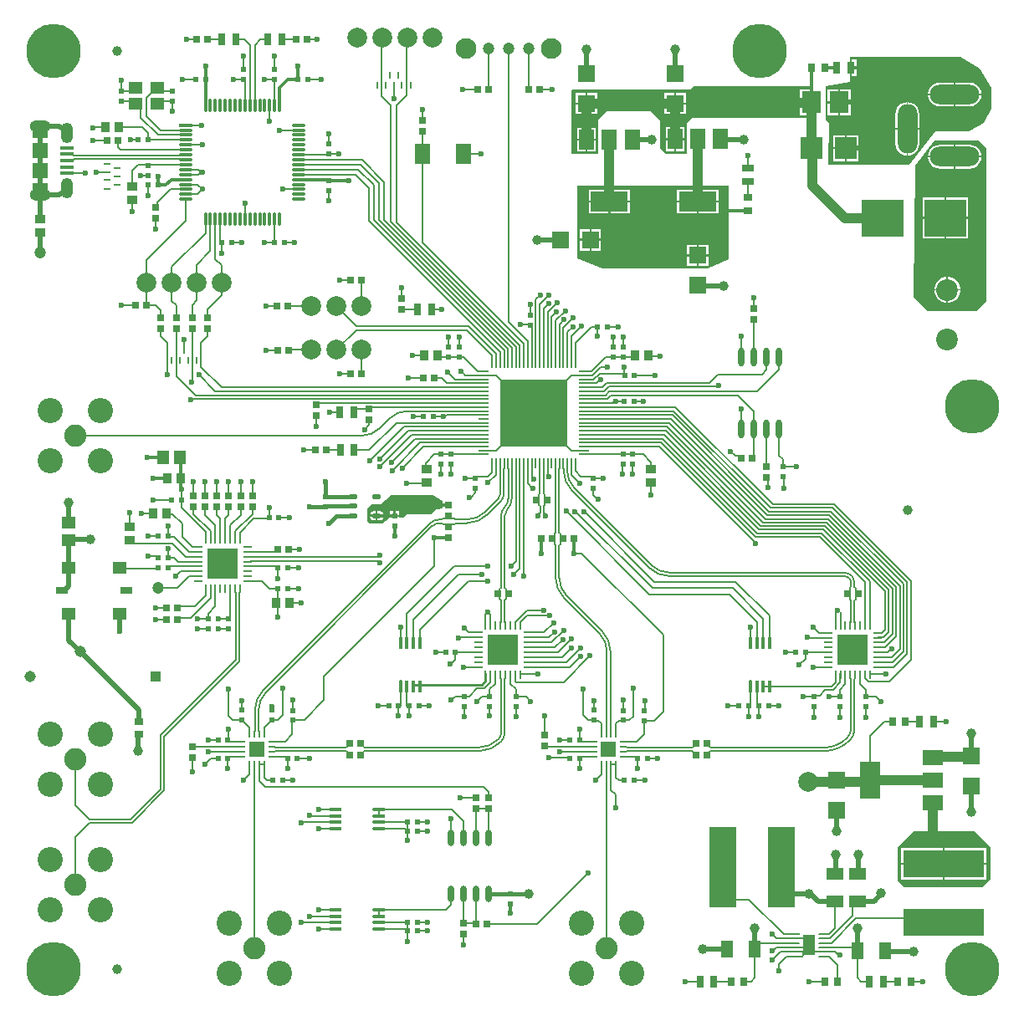
<source format=gtl>
G04*
G04 #@! TF.GenerationSoftware,Altium Limited,Altium Designer,21.8.1 (53)*
G04*
G04 Layer_Physical_Order=1*
G04 Layer_Color=255*
%FSLAX44Y44*%
%MOMM*%
G71*
G04*
G04 #@! TF.SameCoordinates,C9995BEE-8401-4B8A-9B38-06C5FF24312F*
G04*
G04*
G04 #@! TF.FilePolarity,Positive*
G04*
G01*
G75*
%ADD15C,0.2000*%
%ADD17C,0.4000*%
%ADD36R,1.3470X1.1890*%
%ADD47R,1.2906X0.7628*%
G04:AMPARAMS|DCode=63|XSize=1.0096mm|YSize=0.1925mm|CornerRadius=0.0962mm|HoleSize=0mm|Usage=FLASHONLY|Rotation=0.000|XOffset=0mm|YOffset=0mm|HoleType=Round|Shape=RoundedRectangle|*
%AMROUNDEDRECTD63*
21,1,1.0096,0.0000,0,0,0.0*
21,1,0.8172,0.1925,0,0,0.0*
1,1,0.1925,0.4086,0.0000*
1,1,0.1925,-0.4086,0.0000*
1,1,0.1925,-0.4086,0.0000*
1,1,0.1925,0.4086,0.0000*
%
%ADD63ROUNDEDRECTD63*%
%ADD64R,1.0096X0.1925*%
%ADD65R,1.3100X2.1200*%
%ADD76R,4.2418X3.8100*%
%ADD77C,2.1000*%
%ADD82C,2.2000*%
%ADD90C,0.1571*%
%ADD91C,0.3000*%
%ADD92C,0.2100*%
%ADD93C,0.1571*%
%ADD94R,3.8000X2.0000*%
%ADD95R,1.5000X2.0000*%
%ADD96R,1.8000X1.7000*%
%ADD97R,0.6500X0.7500*%
%ADD98O,0.2500X0.9000*%
%ADD99O,0.7000X0.2000*%
%ADD100O,0.2000X0.7000*%
%ADD101R,0.6000X0.6000*%
%ADD102R,0.7500X0.6500*%
%ADD103R,0.6000X0.6000*%
%ADD104O,0.6500X1.6500*%
%ADD105O,1.3000X0.4000*%
%ADD106O,0.4000X1.3000*%
%ADD107C,1.0000*%
G04:AMPARAMS|DCode=108|XSize=0.5mm|YSize=0.9mm|CornerRadius=0.125mm|HoleSize=0mm|Usage=FLASHONLY|Rotation=90.000|XOffset=0mm|YOffset=0mm|HoleType=Round|Shape=RoundedRectangle|*
%AMROUNDEDRECTD108*
21,1,0.5000,0.6500,0,0,90.0*
21,1,0.2500,0.9000,0,0,90.0*
1,1,0.2500,0.3250,0.1250*
1,1,0.2500,0.3250,-0.1250*
1,1,0.2500,-0.3250,-0.1250*
1,1,0.2500,-0.3250,0.1250*
%
%ADD108ROUNDEDRECTD108*%
%ADD109R,0.9500X0.8000*%
G04:AMPARAMS|DCode=110|XSize=0.4mm|YSize=1.3mm|CornerRadius=0.1mm|HoleSize=0mm|Usage=FLASHONLY|Rotation=270.000|XOffset=0mm|YOffset=0mm|HoleType=Round|Shape=RoundedRectangle|*
%AMROUNDEDRECTD110*
21,1,0.4000,1.1000,0,0,270.0*
21,1,0.2000,1.3000,0,0,270.0*
1,1,0.2000,-0.5500,-0.1000*
1,1,0.2000,-0.5500,0.1000*
1,1,0.2000,0.5500,0.1000*
1,1,0.2000,0.5500,-0.1000*
%
%ADD110ROUNDEDRECTD110*%
G04:AMPARAMS|DCode=111|XSize=0.4mm|YSize=1.3mm|CornerRadius=0.1mm|HoleSize=0mm|Usage=FLASHONLY|Rotation=180.000|XOffset=0mm|YOffset=0mm|HoleType=Round|Shape=RoundedRectangle|*
%AMROUNDEDRECTD111*
21,1,0.4000,1.1000,0,0,180.0*
21,1,0.2000,1.3000,0,0,180.0*
1,1,0.2000,-0.1000,0.5500*
1,1,0.2000,0.1000,0.5500*
1,1,0.2000,0.1000,-0.5500*
1,1,0.2000,-0.1000,-0.5500*
%
%ADD111ROUNDEDRECTD111*%
%ADD112R,1.5000X1.5000*%
%ADD113O,0.9000X0.2500*%
%ADD114R,3.1000X3.1000*%
%ADD115R,0.8000X1.3000*%
%ADD116R,1.3000X0.8000*%
%ADD117R,1.7000X1.8000*%
%ADD118R,1.6000X2.0000*%
%ADD119R,1.4500X1.1500*%
%ADD120R,0.2000X0.7000*%
%ADD121R,3.1000X3.1000*%
%ADD122R,0.8500X1.0000*%
%ADD123O,1.1500X0.2000*%
%ADD124O,0.2000X1.1500*%
%ADD125R,6.7400X6.7400*%
%ADD126R,1.0000X0.8500*%
%ADD127R,1.1900X1.4700*%
%ADD128R,0.8000X0.9500*%
%ADD129R,2.8000X8.2000*%
%ADD130R,8.2000X2.8000*%
%ADD131R,2.1600X2.2600*%
%ADD132R,1.9500X2.2500*%
%ADD133R,1.3000X1.8000*%
%ADD134R,1.8000X1.3000*%
%ADD135R,2.0000X1.5000*%
%ADD136R,2.0000X3.8000*%
%ADD137R,1.3500X0.4000*%
%ADD138R,1.5500X1.5000*%
%ADD139R,0.7000X0.2000*%
%ADD140O,0.3000X1.4500*%
%ADD141O,1.4500X0.3000*%
%ADD142R,1.4500X0.3000*%
%ADD143R,1.4000X1.1500*%
%ADD144O,0.6500X1.9000*%
%ADD145C,0.2248*%
%ADD146C,0.5000*%
%ADD147C,1.0000*%
%ADD148C,0.1600*%
%ADD149C,0.1250*%
%ADD150C,2.0000*%
%ADD151C,2.5500*%
%ADD152C,2.2500*%
%ADD153C,1.1400*%
%ADD154R,1.1400X1.1400*%
%ADD155C,1.2000*%
%ADD156O,2.1000X1.2000*%
%ADD157O,1.2000X2.1000*%
%ADD158C,5.5000*%
%ADD159O,5.0000X2.0000*%
%ADD160O,2.0000X5.0000*%
%ADD161C,0.6000*%
G36*
X803125Y926200D02*
X790900D01*
Y913951D01*
X802650D01*
Y911951D01*
X790900D01*
Y899700D01*
X803125D01*
Y897132D01*
X681632D01*
X676250Y891750D01*
Y860977D01*
X654523D01*
X648924Y866576D01*
Y895010D01*
X640183Y903750D01*
X595250D01*
X586403Y894903D01*
Y860977D01*
X559245D01*
Y925556D01*
X560144Y926453D01*
X680191Y926276D01*
X683164Y929250D01*
X803125D01*
Y926200D01*
D02*
G37*
G36*
X24514Y894164D02*
X24775Y894143D01*
X25034Y894109D01*
X25292Y894061D01*
X25546Y894000D01*
X25797Y893926D01*
X26044Y893838D01*
X26286Y893738D01*
X26522Y893625D01*
X26752Y893501D01*
X26976Y893364D01*
X27191Y893215D01*
X27399Y893056D01*
X27598Y892886D01*
X27788Y892706D01*
X27968Y892516D01*
X28138Y892317D01*
X28297Y892109D01*
X28446Y891894D01*
X28582Y891670D01*
X28707Y891440D01*
X28820Y891204D01*
X28920Y890962D01*
X29008Y890715D01*
X29082Y890464D01*
X29143Y890210D01*
X29191Y889953D01*
X29225Y889693D01*
X29246Y889432D01*
X29252Y889170D01*
Y877220D01*
X29302D01*
Y877170D01*
X13752D01*
Y889145D01*
X15752D01*
X15756Y889028D01*
X15766Y888898D01*
X15783Y888769D01*
X15807Y888641D01*
X15837Y888514D01*
X15874Y888389D01*
X15918Y888266D01*
X15967Y888146D01*
X16023Y888029D01*
X16086Y887914D01*
X16154Y887803D01*
X16227Y887696D01*
X16307Y887592D01*
X16391Y887493D01*
X16481Y887399D01*
X16575Y887309D01*
X16674Y887225D01*
X16778Y887145D01*
X16885Y887072D01*
X16996Y887004D01*
X17111Y886942D01*
X17228Y886885D01*
X17348Y886836D01*
X17471Y886792D01*
X17596Y886755D01*
X17723Y886725D01*
X17851Y886701D01*
X17980Y886684D01*
X18110Y886674D01*
X18252Y886670D01*
X24752D01*
X24883Y886674D01*
X25014Y886684D01*
X25143Y886701D01*
X25272Y886725D01*
X25399Y886756D01*
X25525Y886793D01*
X25648Y886836D01*
X25769Y886887D01*
X25887Y886943D01*
X26002Y887005D01*
X26114Y887074D01*
X26222Y887148D01*
X26326Y887227D01*
X26425Y887313D01*
X26520Y887403D01*
X26610Y887498D01*
X26695Y887597D01*
X26775Y887701D01*
X26849Y887809D01*
X26917Y887920D01*
X26980Y888035D01*
X27036Y888154D01*
X27086Y888275D01*
X27130Y888398D01*
X27167Y888523D01*
X27198Y888651D01*
X27222Y888779D01*
X27239Y888909D01*
X27249Y889040D01*
X27252Y889170D01*
X27249Y889301D01*
X27239Y889432D01*
X27222Y889561D01*
X27198Y889690D01*
X27167Y889817D01*
X27130Y889943D01*
X27086Y890066D01*
X27036Y890187D01*
X26980Y890305D01*
X26917Y890420D01*
X26849Y890532D01*
X26775Y890640D01*
X26695Y890744D01*
X26610Y890843D01*
X26520Y890938D01*
X26425Y891028D01*
X26326Y891113D01*
X26222Y891193D01*
X26114Y891267D01*
X26002Y891336D01*
X25887Y891398D01*
X25769Y891454D01*
X25648Y891504D01*
X25525Y891548D01*
X25399Y891585D01*
X25272Y891616D01*
X25143Y891640D01*
X25014Y891657D01*
X24883Y891667D01*
X24752Y891670D01*
X18252D01*
X18110Y891667D01*
X17980Y891657D01*
X17851Y891640D01*
X17723Y891616D01*
X17596Y891586D01*
X17471Y891549D01*
X17348Y891505D01*
X17228Y891455D01*
X17111Y891399D01*
X16996Y891337D01*
X16885Y891269D01*
X16778Y891195D01*
X16674Y891116D01*
X16575Y891031D01*
X16481Y890942D01*
X16391Y890847D01*
X16307Y890748D01*
X16227Y890645D01*
X16154Y890538D01*
X16086Y890427D01*
X16023Y890312D01*
X15967Y890195D01*
X15918Y890074D01*
X15874Y889952D01*
X15837Y889827D01*
X15807Y889700D01*
X15783Y889572D01*
X15766Y889443D01*
X15756Y889313D01*
X15752Y889195D01*
X13752D01*
X13759Y889444D01*
X13780Y889704D01*
X13814Y889963D01*
X13861Y890220D01*
X13922Y890474D01*
X13996Y890724D01*
X14084Y890970D01*
X14183Y891211D01*
X14296Y891447D01*
X14420Y891677D01*
X14557Y891899D01*
X14705Y892114D01*
X14864Y892322D01*
X15033Y892520D01*
X15213Y892710D01*
X15402Y892889D01*
X15601Y893059D01*
X15808Y893218D01*
X16023Y893366D01*
X16246Y893502D01*
X16476Y893627D01*
X16711Y893739D01*
X16953Y893839D01*
X17199Y893926D01*
X17449Y894000D01*
X17703Y894061D01*
X17960Y894109D01*
X18218Y894143D01*
X18479Y894164D01*
X18752Y894170D01*
X24252D01*
X24514Y894164D01*
D02*
G37*
G36*
X972868Y947011D02*
X984250Y928000D01*
Y906500D01*
X976618Y892062D01*
X961250Y883500D01*
X927463Y883500D01*
X901787Y850000D01*
X898714Y850000D01*
X820516D01*
X819620Y850901D01*
X819859Y892062D01*
X816630Y895291D01*
Y929053D01*
X841096Y933348D01*
Y939400D01*
X841150D01*
Y947900D01*
Y956400D01*
X841096D01*
Y959250D01*
X953000D01*
X972868Y947011D01*
D02*
G37*
G36*
X29252Y819195D02*
X27252D01*
X27249Y819313D01*
X27239Y819443D01*
X27222Y819572D01*
X27198Y819700D01*
X27168Y819827D01*
X27131Y819952D01*
X27087Y820074D01*
X27037Y820195D01*
X26981Y820312D01*
X26919Y820427D01*
X26851Y820538D01*
X26777Y820645D01*
X26698Y820748D01*
X26613Y820847D01*
X26524Y820942D01*
X26429Y821031D01*
X26330Y821116D01*
X26227Y821195D01*
X26120Y821269D01*
X26009Y821337D01*
X25894Y821399D01*
X25777Y821455D01*
X25656Y821505D01*
X25533Y821549D01*
X25409Y821586D01*
X25282Y821616D01*
X25154Y821640D01*
X25025Y821657D01*
X24895Y821667D01*
X24752Y821670D01*
X18252D01*
X18122Y821667D01*
X17991Y821657D01*
X17861Y821640D01*
X17733Y821616D01*
X17605Y821585D01*
X17480Y821548D01*
X17356Y821504D01*
X17235Y821454D01*
X17117Y821398D01*
X17002Y821336D01*
X16891Y821267D01*
X16783Y821193D01*
X16679Y821113D01*
X16580Y821028D01*
X16485Y820938D01*
X16394Y820843D01*
X16309Y820744D01*
X16230Y820640D01*
X16156Y820532D01*
X16087Y820420D01*
X16025Y820305D01*
X15969Y820187D01*
X15918Y820066D01*
X15875Y819943D01*
X15838Y819818D01*
X15807Y819690D01*
X15783Y819561D01*
X15766Y819432D01*
X15756Y819301D01*
X15752Y819170D01*
X15756Y819040D01*
X15766Y818909D01*
X15783Y818779D01*
X15807Y818651D01*
X15838Y818523D01*
X15875Y818398D01*
X15918Y818275D01*
X15969Y818154D01*
X16025Y818035D01*
X16087Y817920D01*
X16156Y817809D01*
X16230Y817701D01*
X16309Y817597D01*
X16394Y817498D01*
X16485Y817403D01*
X16580Y817312D01*
X16679Y817227D01*
X16783Y817148D01*
X16891Y817074D01*
X17002Y817005D01*
X17117Y816943D01*
X17235Y816887D01*
X17356Y816836D01*
X17480Y816793D01*
X17605Y816756D01*
X17733Y816725D01*
X17861Y816701D01*
X17991Y816684D01*
X18122Y816674D01*
X18252Y816670D01*
X24752D01*
X24895Y816674D01*
X25025Y816684D01*
X25154Y816701D01*
X25282Y816725D01*
X25409Y816755D01*
X25533Y816792D01*
X25656Y816836D01*
X25777Y816885D01*
X25894Y816942D01*
X26009Y817004D01*
X26120Y817072D01*
X26227Y817145D01*
X26330Y817225D01*
X26429Y817309D01*
X26524Y817399D01*
X26613Y817493D01*
X26698Y817592D01*
X26777Y817696D01*
X26851Y817803D01*
X26919Y817914D01*
X26981Y818029D01*
X27037Y818146D01*
X27087Y818267D01*
X27131Y818389D01*
X27168Y818514D01*
X27198Y818641D01*
X27222Y818769D01*
X27239Y818898D01*
X27249Y819028D01*
X27252Y819145D01*
X29252D01*
X29246Y818897D01*
X29225Y818637D01*
X29191Y818378D01*
X29143Y818121D01*
X29082Y817867D01*
X29008Y817617D01*
X28921Y817371D01*
X28821Y817129D01*
X28709Y816894D01*
X28584Y816664D01*
X28448Y816441D01*
X28300Y816226D01*
X28141Y816019D01*
X27971Y815821D01*
X27792Y815631D01*
X27602Y815452D01*
X27404Y815282D01*
X27196Y815123D01*
X26981Y814975D01*
X26759Y814839D01*
X26529Y814714D01*
X26293Y814602D01*
X26052Y814502D01*
X25806Y814415D01*
X25556Y814340D01*
X25302Y814279D01*
X25045Y814232D01*
X24786Y814198D01*
X24526Y814177D01*
X24252Y814170D01*
X18752D01*
X18491Y814177D01*
X18230Y814198D01*
X17970Y814232D01*
X17713Y814280D01*
X17458Y814341D01*
X17207Y814415D01*
X16961Y814502D01*
X16719Y814603D01*
X16482Y814715D01*
X16252Y814840D01*
X16029Y814977D01*
X15813Y815125D01*
X15606Y815285D01*
X15407Y815455D01*
X15217Y815635D01*
X15037Y815825D01*
X14867Y816024D01*
X14707Y816232D01*
X14559Y816447D01*
X14422Y816670D01*
X14297Y816900D01*
X14185Y817137D01*
X14085Y817379D01*
X13997Y817625D01*
X13923Y817876D01*
X13862Y818131D01*
X13814Y818388D01*
X13780Y818648D01*
X13759Y818909D01*
X13752Y819170D01*
Y831120D01*
X13702D01*
Y831170D01*
X29252D01*
Y819195D01*
D02*
G37*
G36*
X718750Y754028D02*
X697312Y744500D01*
X590754D01*
X565500Y754789D01*
Y828500D01*
X718750D01*
Y754028D01*
D02*
G37*
G36*
X979500Y866750D02*
Y711750D01*
X969750Y702000D01*
X969747Y702003D01*
X919247D01*
X905250Y716000D01*
X907267Y848632D01*
X926549Y874320D01*
X970853D01*
X979500Y866750D01*
D02*
G37*
G36*
X428966Y509428D02*
Y506301D01*
X434716D01*
Y504301D01*
X428966D01*
Y502287D01*
X423413Y501110D01*
X417325Y496297D01*
X393720D01*
X389157Y492816D01*
X385299D01*
Y493433D01*
X380299D01*
X375299D01*
Y492816D01*
X375229D01*
X367990Y486959D01*
X354823D01*
X352597Y489184D01*
X352467Y501110D01*
X357410Y506054D01*
X366371D01*
X377106Y515431D01*
X418704D01*
X428966Y509428D01*
D02*
G37*
G36*
X983250Y159250D02*
Y126000D01*
X975375Y118125D01*
X896375Y118125D01*
X889276Y125224D01*
Y159026D01*
X905250Y175000D01*
X967500D01*
X983250Y159250D01*
D02*
G37*
%LPC*%
G36*
X585825Y922255D02*
X575825D01*
Y912756D01*
X585825D01*
Y922255D01*
D02*
G37*
G36*
X675236D02*
X665236D01*
Y912756D01*
X675236D01*
Y922255D01*
D02*
G37*
G36*
X663236D02*
X653236D01*
Y912756D01*
X663236D01*
Y922255D01*
D02*
G37*
G36*
X573825D02*
X563825D01*
Y912756D01*
X573825D01*
Y922255D01*
D02*
G37*
G36*
X675236Y910755D02*
X665236D01*
Y901255D01*
X675236D01*
Y910755D01*
D02*
G37*
G36*
X663236D02*
X653236D01*
Y901255D01*
X663236D01*
Y910755D01*
D02*
G37*
G36*
X585825D02*
X575825D01*
Y901255D01*
X585825D01*
Y910755D01*
D02*
G37*
G36*
X573825D02*
X563825D01*
Y901255D01*
X573825D01*
Y910755D01*
D02*
G37*
G36*
X673750Y887750D02*
X665250D01*
Y876750D01*
X673750D01*
Y887750D01*
D02*
G37*
G36*
X663250D02*
X654750D01*
Y876750D01*
X663250D01*
Y887750D01*
D02*
G37*
G36*
X584324Y887460D02*
X575825D01*
Y876460D01*
X584324D01*
Y887460D01*
D02*
G37*
G36*
X573825D02*
X565325D01*
Y876460D01*
X573825D01*
Y887460D01*
D02*
G37*
G36*
X673750Y874750D02*
X665250D01*
Y863750D01*
X673750D01*
Y874750D01*
D02*
G37*
G36*
X663250D02*
X654750D01*
Y863750D01*
X663250D01*
Y874750D01*
D02*
G37*
G36*
X584324Y874460D02*
X575825D01*
Y863460D01*
X584324D01*
Y874460D01*
D02*
G37*
G36*
X573825D02*
X565325D01*
Y863460D01*
X573825D01*
Y874460D01*
D02*
G37*
G36*
X848150Y956400D02*
X843150D01*
Y948900D01*
X848150D01*
Y956400D01*
D02*
G37*
G36*
Y946900D02*
X843150D01*
Y939400D01*
X848150D01*
Y946900D01*
D02*
G37*
G36*
X962328Y933143D02*
X948078D01*
Y921789D01*
X974333D01*
X974020Y924172D01*
X972810Y927091D01*
X970887Y929598D01*
X968380Y931521D01*
X965461Y932730D01*
X962328Y933143D01*
D02*
G37*
G36*
X946579D02*
X932328D01*
X929196Y932730D01*
X926277Y931521D01*
X923770Y929598D01*
X921846Y927091D01*
X920637Y924172D01*
X920324Y921789D01*
X946579D01*
Y933143D01*
D02*
G37*
G36*
X841899Y926200D02*
X831150D01*
Y913950D01*
X841899D01*
Y926200D01*
D02*
G37*
G36*
X829150D02*
X818400D01*
Y913950D01*
X829150D01*
Y926200D01*
D02*
G37*
G36*
X974333Y920289D02*
X948078D01*
Y908936D01*
X962328D01*
X965461Y909348D01*
X968380Y910557D01*
X970887Y912481D01*
X972810Y914987D01*
X974020Y917907D01*
X974333Y920289D01*
D02*
G37*
G36*
X946579D02*
X920324D01*
X920637Y917907D01*
X921846Y914987D01*
X923770Y912481D01*
X926277Y910557D01*
X929196Y909348D01*
X932328Y908936D01*
X946579D01*
Y920289D01*
D02*
G37*
G36*
X841899Y911950D02*
X831150D01*
Y899700D01*
X841899D01*
Y911950D01*
D02*
G37*
G36*
X829150D02*
X818400D01*
Y899700D01*
X829150D01*
Y911950D01*
D02*
G37*
G36*
X900078Y913044D02*
Y886789D01*
X911432D01*
Y901039D01*
X911020Y904172D01*
X909810Y907091D01*
X907887Y909598D01*
X905380Y911521D01*
X902461Y912730D01*
X900078Y913044D01*
D02*
G37*
G36*
X898578Y913044D02*
X896196Y912730D01*
X893277Y911521D01*
X890770Y909598D01*
X888847Y907091D01*
X887637Y904172D01*
X887225Y901039D01*
Y886789D01*
X898578D01*
Y913044D01*
D02*
G37*
G36*
X849952Y879898D02*
X838152D01*
Y867598D01*
X849952D01*
Y879898D01*
D02*
G37*
G36*
X836152D02*
X824352D01*
Y867598D01*
X836152D01*
Y879898D01*
D02*
G37*
G36*
X898578Y885289D02*
X887225D01*
Y871039D01*
X887637Y867907D01*
X888847Y864987D01*
X890770Y862481D01*
X893277Y860557D01*
X896196Y859348D01*
X898578Y859035D01*
Y885289D01*
D02*
G37*
G36*
X911432D02*
X900078D01*
Y859034D01*
X902461Y859348D01*
X905380Y860557D01*
X907887Y862481D01*
X909810Y864987D01*
X911020Y867907D01*
X911432Y871039D01*
Y885289D01*
D02*
G37*
G36*
X849952Y865598D02*
X838152D01*
Y853298D01*
X849952D01*
Y865598D01*
D02*
G37*
G36*
X836152D02*
X824352D01*
Y853298D01*
X836152D01*
Y865598D01*
D02*
G37*
G36*
X708250Y824750D02*
X688250D01*
Y813750D01*
X708250D01*
Y824750D01*
D02*
G37*
G36*
X686250D02*
X666250D01*
Y813750D01*
X686250D01*
Y824750D01*
D02*
G37*
G36*
X618825Y824460D02*
X598825D01*
Y813460D01*
X618825D01*
Y824460D01*
D02*
G37*
G36*
X596824D02*
X576824D01*
Y813460D01*
X596824D01*
Y824460D01*
D02*
G37*
G36*
X708250Y811750D02*
X688250D01*
Y800750D01*
X708250D01*
Y811750D01*
D02*
G37*
G36*
X686250D02*
X666250D01*
Y800750D01*
X686250D01*
Y811750D01*
D02*
G37*
G36*
X618825Y811460D02*
X598825D01*
Y800460D01*
X618825D01*
Y811460D01*
D02*
G37*
G36*
X596824D02*
X576824D01*
Y800460D01*
X596824D01*
Y811460D01*
D02*
G37*
G36*
X589192Y784963D02*
X579692D01*
Y774963D01*
X589192D01*
Y784963D01*
D02*
G37*
G36*
X577692D02*
X568192D01*
Y774963D01*
X577692D01*
Y784963D01*
D02*
G37*
G36*
X589192Y772963D02*
X579692D01*
Y762963D01*
X589192D01*
Y772963D01*
D02*
G37*
G36*
X577692D02*
X568192D01*
Y762963D01*
X577692D01*
Y772963D01*
D02*
G37*
G36*
X698250Y768590D02*
X688250D01*
Y759090D01*
X698250D01*
Y768590D01*
D02*
G37*
G36*
X686250D02*
X676250D01*
Y759090D01*
X686250D01*
Y768590D01*
D02*
G37*
G36*
X698250Y757090D02*
X688250D01*
Y747590D01*
X698250D01*
Y757090D01*
D02*
G37*
G36*
X686250D02*
X676250D01*
Y747590D01*
X686250D01*
Y757090D01*
D02*
G37*
G36*
X962328Y870143D02*
X948079D01*
Y858789D01*
X974333D01*
X974020Y861172D01*
X972810Y864091D01*
X970887Y866598D01*
X968380Y868521D01*
X965461Y869730D01*
X962328Y870143D01*
D02*
G37*
G36*
X946579D02*
X932328D01*
X929196Y869730D01*
X926277Y868521D01*
X923770Y866598D01*
X921846Y864091D01*
X920637Y861172D01*
X920324Y858789D01*
X946579D01*
Y870143D01*
D02*
G37*
G36*
X974333Y857289D02*
X948079D01*
Y845936D01*
X962328D01*
X965461Y846348D01*
X968380Y847557D01*
X970887Y849481D01*
X972810Y851988D01*
X974020Y854907D01*
X974333Y857289D01*
D02*
G37*
G36*
X946579D02*
X920324D01*
X920637Y854907D01*
X921846Y851988D01*
X923770Y849481D01*
X926277Y847557D01*
X929196Y846348D01*
X932328Y845936D01*
X946579D01*
Y857289D01*
D02*
G37*
G36*
X961086Y817050D02*
X938877D01*
Y797000D01*
X961086D01*
Y817050D01*
D02*
G37*
G36*
X936877D02*
X914668D01*
Y797000D01*
X936877D01*
Y817050D01*
D02*
G37*
G36*
X961086Y795000D02*
X938877D01*
Y774950D01*
X961086D01*
Y795000D01*
D02*
G37*
G36*
X936877D02*
X914668D01*
Y774950D01*
X936877D01*
Y795000D01*
D02*
G37*
G36*
X941461Y736250D02*
X940500D01*
Y724000D01*
X952750D01*
Y724961D01*
X951864Y728268D01*
X950153Y731232D01*
X947732Y733653D01*
X944768Y735364D01*
X941461Y736250D01*
D02*
G37*
G36*
X939000D02*
X938038D01*
X934732Y735364D01*
X931768Y733653D01*
X929347Y731232D01*
X927636Y728268D01*
X926750Y724961D01*
Y724000D01*
X939000D01*
Y736250D01*
D02*
G37*
G36*
X952750Y722500D02*
X940500D01*
Y710250D01*
X941461D01*
X944768Y711136D01*
X947732Y712848D01*
X950153Y715268D01*
X951864Y718232D01*
X952750Y721539D01*
Y722500D01*
D02*
G37*
G36*
X939000D02*
X926750D01*
Y721539D01*
X927636Y718232D01*
X929347Y715268D01*
X931768Y712848D01*
X934732Y711136D01*
X938038Y710250D01*
X939000D01*
Y722500D01*
D02*
G37*
G36*
X365506Y499114D02*
X363256D01*
Y495550D01*
X368819D01*
Y495800D01*
X368567Y497068D01*
X367849Y498143D01*
X366774Y498861D01*
X365506Y499114D01*
D02*
G37*
G36*
X361256D02*
X359006D01*
X357738Y498861D01*
X356663Y498143D01*
X355944Y497068D01*
X355692Y495800D01*
Y495550D01*
X361256D01*
Y499114D01*
D02*
G37*
G36*
X385299Y499433D02*
X381299D01*
Y495433D01*
X385299D01*
Y499433D01*
D02*
G37*
G36*
X379299D02*
X375299D01*
Y495433D01*
X379299D01*
Y499433D01*
D02*
G37*
G36*
X368819Y493550D02*
X363256D01*
Y489986D01*
X365506D01*
X366774Y490238D01*
X367849Y490957D01*
X368567Y492032D01*
X368819Y493300D01*
Y493550D01*
D02*
G37*
G36*
X361256D02*
X355692D01*
Y493300D01*
X355944Y492032D01*
X356663Y490957D01*
X357738Y490238D01*
X359006Y489986D01*
X361256D01*
Y493550D01*
D02*
G37*
G36*
X979061Y158095D02*
X937061D01*
Y143095D01*
X979061D01*
Y158095D01*
D02*
G37*
G36*
X935061D02*
X893061D01*
Y143095D01*
X935061D01*
Y158095D01*
D02*
G37*
G36*
X979061Y141096D02*
X937061D01*
Y126095D01*
X979061D01*
Y141096D01*
D02*
G37*
G36*
X935061D02*
X893061D01*
Y126095D01*
X935061D01*
Y141096D01*
D02*
G37*
%LPD*%
D15*
X309019Y332000D02*
X420110Y443091D01*
Y472333D01*
X309019Y307581D02*
Y332000D01*
X561685Y456502D02*
X569346D01*
X652155Y373693D01*
X563436Y498876D02*
X641149Y421164D01*
X563110Y498876D02*
X563436D01*
X652155Y296155D02*
Y373693D01*
X278001Y287960D02*
X278395Y287567D01*
X289005D02*
X309019Y307581D01*
X278395Y287567D02*
X289005D01*
X277291Y287250D02*
X278001Y287960D01*
X643131Y287131D02*
X652155Y296155D01*
X633430Y287131D02*
X643131D01*
X625652Y265448D02*
X633430Y273226D01*
Y287131D01*
X612013Y265448D02*
X625652D01*
X276920Y272974D02*
Y286879D01*
X277291Y287250D01*
X269513Y265567D02*
X276920Y272974D01*
X255874Y265567D02*
X269513D01*
X533343Y260448D02*
X582013D01*
X532593Y261198D02*
X533343Y260448D01*
X175491Y260567D02*
X225874D01*
X826611Y382277D02*
Y383477D01*
Y396910D02*
X828221Y398520D01*
X831611Y382277D02*
Y383477D01*
X826611D02*
Y396910D01*
X831611Y383477D02*
Y397267D01*
X828221Y398520D02*
X828954D01*
X472493Y382396D02*
Y383596D01*
Y394115D02*
X475078Y396701D01*
X477493Y382396D02*
Y383596D01*
X472493D02*
Y394115D01*
X477493Y383596D02*
Y394286D01*
X475078Y396701D02*
X477493Y394286D01*
X201890Y389708D02*
X212420D01*
X214080Y391368D02*
Y421588D01*
X212420Y389708D02*
X214080Y391368D01*
X201682Y379628D02*
X212340D01*
X212000Y292120D02*
Y319181D01*
X212205Y319386D01*
X475092Y527851D02*
X483245Y536004D01*
X479245Y538447D02*
Y547500D01*
X483245Y536004D02*
Y547500D01*
X474844Y534045D02*
X479245Y538447D01*
X463552Y534045D02*
X474844D01*
X255874Y300960D02*
X255891Y300977D01*
X255874Y297406D02*
Y300960D01*
X277451Y297410D02*
Y307572D01*
X277291Y297250D02*
X277451Y297410D01*
X267305Y292805D02*
Y319581D01*
X248374Y279906D02*
X255874Y287406D01*
X248374Y273067D02*
Y279906D01*
X261906Y287406D02*
X267305Y292805D01*
X255874Y287406D02*
X261906D01*
X273602Y662480D02*
X296425D01*
X273002Y661881D02*
X273602Y662480D01*
X272499Y706480D02*
X296425D01*
X324698Y637845D02*
X336165D01*
X336230Y637780D01*
X324700Y733000D02*
X336230D01*
X347225Y706480D02*
Y732995D01*
X347230Y733000D01*
X347225Y637785D02*
Y662480D01*
Y637785D02*
X347230Y637780D01*
X453473Y682478D02*
X479245Y656706D01*
Y649500D02*
Y656706D01*
X341823Y682478D02*
X453473D01*
X455105Y686478D02*
X483245Y658337D01*
Y649500D02*
Y658337D01*
X341827Y686478D02*
X455105D01*
X321825Y662480D02*
X341823Y682478D01*
X321825Y706480D02*
X341827Y686478D01*
X515245Y526941D02*
Y547500D01*
X519849Y522337D02*
X520541D01*
X515245Y526941D02*
X519849Y522337D01*
X519245Y534301D02*
Y547500D01*
Y534301D02*
X521456Y532090D01*
Y531130D02*
Y532090D01*
X535245Y536767D02*
Y547500D01*
X536779Y534150D02*
Y535232D01*
X535245Y536767D02*
X536779Y535232D01*
X559245Y535800D02*
Y547500D01*
Y535800D02*
X567420Y527625D01*
X563245Y539567D02*
X568824Y533988D01*
X579655D01*
X563245Y539567D02*
Y547500D01*
X412378Y527473D02*
X412901Y527996D01*
X392921Y527473D02*
X412378D01*
X441218Y443750D02*
X475092D01*
X392921Y395453D02*
X441218Y443750D01*
X392921Y367649D02*
Y395453D01*
X503245Y448245D02*
Y547500D01*
X507245Y441317D02*
Y547500D01*
X498750Y443750D02*
X503245Y448245D01*
X500993Y435065D02*
X507245Y441317D01*
X154817Y746272D02*
X189002Y780458D01*
X154817Y730832D02*
Y746272D01*
X189002Y780458D02*
Y795170D01*
X180217Y730832D02*
Y748473D01*
X194002Y762258D02*
Y795170D01*
X180217Y748473D02*
X194002Y762258D01*
X180217Y712383D02*
Y730832D01*
X191515Y255317D02*
X191765Y255567D01*
X191562Y267188D02*
X201704D01*
X191765Y255567D02*
X225874D01*
X175491Y235067D02*
Y249567D01*
X188580Y243063D02*
X194394Y248876D01*
X201704D01*
X826611Y333577D02*
Y334777D01*
X822368Y321315D02*
X826611Y325558D01*
Y333577D01*
X754004Y321315D02*
X822368D01*
X753539Y321780D02*
X754004Y321315D01*
X288750Y560750D02*
X300000D01*
X354750D02*
X382500Y588500D01*
X339250Y560750D02*
X354750D01*
X382500Y588500D02*
X470245D01*
X311000Y560750D02*
X325250D01*
X433131Y596500D02*
X470245D01*
X419610Y594651D02*
X431281D01*
X433131Y596500D01*
X389709Y584500D02*
X470245D01*
X399110Y594651D02*
X409610D01*
X174701Y612500D02*
X470245D01*
X300750Y606896D02*
X302354Y608500D01*
X178981Y616500D02*
X470245D01*
X302354Y608500D02*
X470245D01*
X356100Y604500D02*
X470245D01*
X159409Y636071D02*
X178981Y616500D01*
X174412Y612211D02*
X174701Y612500D01*
X338523Y597400D02*
Y599225D01*
X354500Y602900D02*
X356100Y604500D01*
X527179Y926455D02*
X539679D01*
X449573Y926455D02*
X464323D01*
X495776Y690811D02*
X515245Y671342D01*
X495776Y690811D02*
Y967962D01*
X737726Y846500D02*
Y859466D01*
Y816500D02*
Y832500D01*
X408345Y771398D02*
Y860977D01*
Y883977D01*
Y894977D02*
Y905977D01*
X516179Y926455D02*
X516279Y926555D01*
Y967406D01*
X475323Y926455D02*
X475673Y926805D01*
Y967406D01*
X382566Y909670D02*
X392773Y919877D01*
X366773Y919105D02*
X376207Y909670D01*
X366773Y919105D02*
Y940321D01*
X376207Y792693D02*
Y909670D01*
X382566Y791714D02*
Y909670D01*
X392773Y978523D02*
X393000Y978750D01*
X392773Y940321D02*
Y978523D01*
X366773Y940321D02*
Y977923D01*
X367600Y978750D01*
X455010Y428088D02*
X474844D01*
X405921Y378998D02*
X455010Y428088D01*
X444992Y435116D02*
X468837D01*
X399421Y389545D02*
X444992Y435116D01*
X399421Y367649D02*
Y389545D01*
X511245Y433505D02*
X511250Y433500D01*
X511245Y433505D02*
Y547500D01*
X405921Y365899D02*
Y378998D01*
X355639Y550431D02*
X389709Y584500D01*
X365559Y552139D02*
X393919Y580500D01*
X470245D01*
X365458Y543953D02*
X398005Y576500D01*
X470245D01*
X401430Y572500D02*
X470245D01*
X377106Y548176D02*
X401430Y572500D01*
X377772Y540025D02*
X406247Y568500D01*
X470245D01*
X388022Y542626D02*
X409896Y564500D01*
X470245D01*
X640070Y515491D02*
Y527996D01*
X621470Y556590D02*
X632117D01*
X640070Y548637D01*
X611470Y556500D02*
X621470D01*
X572245D02*
X611470D01*
X640070Y545184D02*
Y548637D01*
X456301Y513237D02*
X457066Y514003D01*
X458261D02*
X461903Y517644D01*
X457066Y514003D02*
X458261D01*
X461903Y517644D02*
Y522397D01*
X461979Y522473D01*
Y532473D02*
X463552Y534045D01*
X451439Y532473D02*
X461979D01*
X554163Y498927D02*
X638312Y414777D01*
X554163Y498927D02*
Y499391D01*
X638312Y414777D02*
X719150D01*
X572366Y498465D02*
X572755D01*
X643587Y427633D01*
X641149Y421164D02*
X722698D01*
X643587Y427633D02*
X725596D01*
X444928Y371077D02*
X466174D01*
X637464Y655686D02*
X648924D01*
X623286Y636500D02*
X643750D01*
X623226Y636560D02*
X623286Y636500D01*
X595226Y629186D02*
X698797D01*
X707262Y637650D01*
X590540Y624500D02*
X595226Y629186D01*
X585526Y685524D02*
X585897Y685896D01*
X585526Y676066D02*
Y685524D01*
X579396Y685896D02*
X585897D01*
X611256Y638530D02*
X612906Y636880D01*
X587802Y638530D02*
X611256D01*
X581772Y632500D02*
X587802Y638530D01*
X572245Y628500D02*
X584704D01*
X588065Y631861D01*
X589147D01*
X572245Y632500D02*
X581772D01*
X559245Y636500D02*
X580682D01*
X589255Y645073D02*
X595816D01*
X580682Y636500D02*
X589255Y645073D01*
X572245Y640500D02*
X579338D01*
X593662Y654825D02*
X601343D01*
X579338Y640500D02*
X593662Y654825D01*
X595816Y645073D02*
X595931Y645189D01*
X612906Y636880D02*
Y645009D01*
X572245Y624500D02*
X590540D01*
X572245Y620500D02*
X592160D01*
X597160Y625500D02*
X707721D01*
X592160Y620500D02*
X597160Y625500D01*
X707721D02*
X708273Y626053D01*
X593959Y616500D02*
X597796Y620337D01*
X747387D02*
X769550Y642500D01*
X597796Y620337D02*
X747387D01*
X595385Y612500D02*
X599314Y616429D01*
X727821D02*
X744150Y600100D01*
X599314Y616429D02*
X727821D01*
X387137Y714139D02*
Y725394D01*
X417824Y703258D02*
X428115D01*
X417790Y703224D02*
X417824Y703258D01*
X387223Y703224D02*
X403791D01*
X387137Y703139D02*
X387223Y703224D01*
X637270Y655880D02*
X637464Y655686D01*
X158820Y433088D02*
Y433188D01*
X163719Y438088D02*
X182580D01*
X158820Y433188D02*
X163719Y438088D01*
X101750Y441590D02*
X102195Y441145D01*
X320558Y95578D02*
X320559Y95577D01*
X304050Y95578D02*
X320558D01*
X304048Y95580D02*
X304050Y95578D01*
X294083Y89078D02*
X320558D01*
X320559Y89077D01*
X294081Y89080D02*
X294083Y89078D01*
X285635Y82578D02*
X320558D01*
X285634Y82580D02*
X285635Y82578D01*
X320558D02*
X320559Y82577D01*
X304048Y76077D02*
X320559D01*
X360348D02*
X364559D01*
X364574Y76062D01*
X391283D01*
X403283Y74062D02*
X413768D01*
X403283Y83080D02*
X413768D01*
X797413Y57375D02*
X799663Y59625D01*
X393283Y74062D02*
Y82024D01*
Y63712D02*
Y74062D01*
X392730Y82577D02*
X393283Y82024D01*
X391283Y76062D02*
X393283Y74062D01*
X364559Y82577D02*
X392730D01*
X150409Y662155D02*
Y669520D01*
X159409Y636071D02*
Y662155D01*
X349976Y581762D02*
X354500Y586286D01*
X150409Y637000D02*
Y662155D01*
X320397Y190630D02*
X320559Y190469D01*
X294243Y190630D02*
X320397D01*
X294081Y190792D02*
X294243Y190630D01*
X304048Y196969D02*
X320559D01*
X320549Y183958D02*
X320559Y183969D01*
X285634Y183948D02*
X285644Y183958D01*
X320549D01*
X753539Y365780D02*
Y390323D01*
X722698Y421164D02*
X753539Y390323D01*
X725596Y427633D02*
X760039Y393190D01*
Y365780D02*
Y393190D01*
X719150Y414777D02*
X747039Y386888D01*
Y365780D02*
Y386888D01*
X740539Y367530D02*
Y381437D01*
X169252Y793465D02*
Y814920D01*
X129417Y753630D02*
X169252Y793465D01*
X129417Y730832D02*
Y753630D01*
X205617Y717697D02*
Y730832D01*
X191409Y703490D02*
X205617Y717697D01*
X191409Y694775D02*
Y703490D01*
X205617Y730832D02*
Y747918D01*
X129431Y707580D02*
X138209D01*
X143410Y702380D01*
Y694775D02*
Y702380D01*
X382566Y791714D02*
X507245Y667035D01*
X408345Y771398D02*
X511245Y668498D01*
Y649500D02*
Y668498D01*
X376207Y792693D02*
X503245Y665655D01*
X343625Y844920D02*
X359337Y829208D01*
X283752Y844920D02*
X343625D01*
X359337Y793799D02*
Y829208D01*
X364579Y793982D02*
Y831001D01*
X345660Y849920D02*
X364579Y831001D01*
X283752Y849920D02*
X345660D01*
X283752Y854920D02*
X347275D01*
X369880Y793977D02*
Y832316D01*
X347275Y854920D02*
X369880Y832316D01*
X359337Y793799D02*
X491245Y661891D01*
X369880Y793977D02*
X499245Y664612D01*
X354500Y793050D02*
X487245Y660305D01*
X354500Y793050D02*
Y826520D01*
X341100Y839920D02*
X354500Y826520D01*
X364579Y793982D02*
X495245Y663316D01*
X283752Y839920D02*
X341100D01*
X487245Y649500D02*
Y660305D01*
X491245Y649500D02*
Y661891D01*
X392773Y919877D02*
Y940321D01*
X379773Y916806D02*
Y930321D01*
X860111Y326827D02*
X880788D01*
X902736Y348774D02*
Y428566D01*
X880788Y326827D02*
X902736Y348774D01*
X507245Y649500D02*
Y667035D01*
X503245Y649500D02*
Y665655D01*
X499245Y649500D02*
Y664612D01*
X495245Y649500D02*
Y663316D01*
X869061Y366027D02*
X875913D01*
X884373Y374487D01*
Y420786D01*
X884321Y346027D02*
X895590Y357296D01*
Y425332D01*
X869061Y346027D02*
X884321D01*
X869061Y341027D02*
X885599D01*
X899027Y354456D01*
Y426988D01*
X891972Y359661D02*
Y423472D01*
X869061Y351027D02*
X883338D01*
X891972Y359661D01*
X882485Y359536D02*
X883567D01*
X878976Y356027D02*
X882485Y359536D01*
X888173Y372732D02*
Y422081D01*
X869061Y361027D02*
X876467D01*
X888173Y372732D01*
X874793Y371123D02*
X880484Y376814D01*
Y419486D01*
X869156Y371123D02*
X874793D01*
X825290Y506012D02*
X902736Y428566D01*
X823559Y502457D02*
X899027Y426988D01*
X822104Y498818D02*
X895590Y425332D01*
X820434Y495010D02*
X891972Y423472D01*
X819052Y491201D02*
X888173Y422081D01*
X817428Y487731D02*
X884373Y420786D01*
X815539Y484431D02*
X880484Y419486D01*
X873756Y376123D02*
X876533Y378899D01*
Y418055D01*
X813965Y480622D02*
X876533Y418055D01*
X869061Y371027D02*
X869156Y371123D01*
X763131Y506012D02*
X825290D01*
X760982Y502457D02*
X823559D01*
X759248Y498818D02*
X822104D01*
X757353Y495010D02*
X820434D01*
X856774Y330164D02*
X860111Y326827D01*
X856774Y330164D02*
Y334614D01*
X755375Y491201D02*
X819052D01*
X753059Y487731D02*
X817428D01*
X750822Y484431D02*
X815539D01*
X748927Y480622D02*
X813965D01*
X861611Y383477D02*
Y427883D01*
X812849Y476645D02*
X861611Y427883D01*
X747201Y476645D02*
X812849D01*
X811079Y472921D02*
X856611Y427389D01*
X745552Y472921D02*
X811079D01*
X856611Y383477D02*
Y427389D01*
X647988Y564500D02*
X745620Y466867D01*
Y466320D02*
Y466867D01*
X649973Y568500D02*
X745552Y472921D01*
X651346Y572500D02*
X747201Y476645D01*
X572245Y576500D02*
X653049D01*
X748927Y480622D01*
X654752Y580500D02*
X750822Y484431D01*
X656290Y584500D02*
X753059Y487731D01*
X658076Y588500D02*
X755375Y491201D01*
X659863Y592500D02*
X757353Y495010D01*
X661566Y596500D02*
X759248Y498818D01*
X662939Y600500D02*
X760982Y502457D01*
X664642Y604500D02*
X763131Y506012D01*
X572245Y564500D02*
X647988D01*
X572245Y568500D02*
X649973D01*
X572245Y572500D02*
X651346D01*
X572245Y580500D02*
X654752D01*
X572245Y584500D02*
X656290D01*
X572245Y588500D02*
X658076D01*
X572245Y592500D02*
X659863D01*
X572245Y596500D02*
X661566D01*
X572245Y600500D02*
X662939D01*
X572245Y604500D02*
X664642D01*
X720368Y559717D02*
X725255Y554830D01*
X729418D01*
X720368Y559717D02*
Y559843D01*
X729418Y554830D02*
X731586Y552662D01*
X774570Y522613D02*
Y533222D01*
X773500Y534293D02*
X774570Y533222D01*
X756850Y533043D02*
X758055Y531837D01*
Y522797D02*
Y531837D01*
X586014Y510960D02*
X586743D01*
X581170Y515804D02*
X586014Y510960D01*
X523245Y713165D02*
X527839Y717758D01*
X523245Y649500D02*
Y713165D01*
X527245Y649500D02*
Y708773D01*
X531245Y704286D02*
X536278Y709319D01*
X531245Y649500D02*
Y704286D01*
X535245Y649500D02*
Y700471D01*
X544813Y710038D01*
X539245Y649500D02*
Y695984D01*
X544381Y701120D01*
X543245Y649500D02*
Y692168D01*
X547245Y688256D02*
X552053Y693064D01*
X547245Y649500D02*
Y688256D01*
X551245Y684440D02*
X561451Y694647D01*
X551245Y649500D02*
Y684440D01*
X555245Y680241D02*
X560876Y685872D01*
X559245Y675946D02*
X569795Y686495D01*
X503665Y325673D02*
X551429D01*
X578331Y352576D01*
X557834Y341146D02*
X568443Y351756D01*
X554180Y346146D02*
X568715Y360681D01*
X514943Y346146D02*
X554180D01*
X514943Y341146D02*
X557834D01*
X549615Y351146D02*
X559021Y360552D01*
X514943Y356146D02*
X545973D01*
X559249Y369422D01*
X514943Y351146D02*
X549615D01*
X514943Y361146D02*
X542655D01*
X550565Y369056D01*
X539239Y366146D02*
X551399Y378307D01*
X514943Y366146D02*
X539239D01*
X514943Y371146D02*
X536292D01*
X542020Y376874D01*
X531628Y376146D02*
X541747Y386266D01*
X514943Y376146D02*
X531628D01*
X502493Y383596D02*
X502656Y383759D01*
X514147Y393500D02*
X537500D01*
X621990Y291263D02*
Y319679D01*
X618013Y287287D02*
X621990Y291263D01*
X571264Y292374D02*
Y319274D01*
X571376Y319386D01*
X230580Y458088D02*
X259550D01*
X236580Y496153D02*
Y503370D01*
X219080Y478653D02*
X236580Y496153D01*
X219080Y469588D02*
Y478653D01*
X224580Y495426D02*
Y503370D01*
X214080Y484926D02*
X224580Y495426D01*
X214080Y469588D02*
Y484926D01*
X212580Y495426D02*
Y503370D01*
X209080Y491926D02*
X212580Y495426D01*
X209080Y469588D02*
Y491926D01*
X200580Y495426D02*
Y503370D01*
Y495426D02*
X204080Y491926D01*
Y469588D02*
Y491926D01*
X188580Y495426D02*
Y503370D01*
Y495426D02*
X199080Y484926D01*
Y469588D02*
Y484926D01*
X176580Y496246D02*
Y503370D01*
Y496246D02*
X194080Y478746D01*
Y469588D02*
Y478746D01*
X160811Y400951D02*
X163002Y403143D01*
X178672D01*
X189080Y413551D01*
Y421588D01*
X160811Y388958D02*
X163043Y391191D01*
X173903D01*
X194080Y411368D01*
Y421588D01*
X227651Y226876D02*
X233374Y232600D01*
Y243067D01*
X583790Y226757D02*
X589513Y232481D01*
Y242948D01*
X579655Y533988D02*
X581170Y532473D01*
X810446Y312560D02*
X815951Y318065D01*
X804789Y311059D02*
X806289Y312560D01*
X810446D01*
X815951Y318065D02*
X824010D01*
X819135Y371053D02*
X819161Y371027D01*
X798402Y371079D02*
X798428Y371053D01*
X819135D01*
X829684Y49547D02*
X830766D01*
X548745Y626000D02*
X559245Y636500D01*
X861750Y226790D02*
Y271851D01*
X875645Y285746D01*
X884543D01*
X830766Y290610D02*
Y301059D01*
X777103Y48375D02*
X792942D01*
X809861Y376027D02*
X819161D01*
X455539Y376146D02*
X465043D01*
X517911Y697705D02*
Y708245D01*
X804361Y341027D02*
X819161D01*
X521245Y598500D02*
X548745Y626000D01*
X493745Y571000D02*
X521245Y598500D01*
X802015Y56073D02*
X805213Y52875D01*
X794113Y66375D02*
X799663Y60825D01*
X451099Y380586D02*
X455539Y376146D01*
X766901Y66375D02*
X794113D01*
X84247Y842421D02*
X89727D01*
X452235Y636500D02*
X483245D01*
X450243Y341146D02*
X465043D01*
X445496Y654902D02*
X450495D01*
X435231D02*
X445496D01*
X420768Y556500D02*
X470245D01*
X831515Y325570D02*
Y334681D01*
X851611Y333577D02*
Y334777D01*
Y324323D02*
Y333577D01*
X836611D02*
Y334777D01*
Y324323D02*
Y333577D01*
X819161Y356027D02*
X820361D01*
X796154D02*
X819161D01*
X497493Y333696D02*
Y334896D01*
Y324442D02*
Y333696D01*
X482493D02*
Y334896D01*
Y324442D02*
Y333696D01*
X477397Y325689D02*
Y334800D01*
X465043Y356146D02*
X466243D01*
X442036D02*
X465043D01*
X450671Y311178D02*
X455659D01*
X441851D02*
X450671D01*
X229002Y909670D02*
Y936620D01*
X391298Y183969D02*
X393283Y185954D01*
Y175454D02*
Y185954D01*
X262499Y392088D02*
Y420323D01*
X814176Y57375D02*
X848818D01*
X867956Y376123D02*
X873756D01*
X514647Y399000D02*
X531500D01*
X502656Y383759D02*
Y387009D01*
X507493Y383596D02*
X507656Y383759D01*
X543245Y692168D02*
X553108Y702031D01*
X502493Y326845D02*
Y333696D01*
X341948Y602650D02*
X354500D01*
X338523Y599225D02*
X341948Y602650D01*
X219778Y976524D02*
X220238Y976984D01*
X175409Y662155D02*
Y683775D01*
Y629727D02*
Y662155D01*
X151005Y441083D02*
X153010Y443088D01*
X151049Y473630D02*
X151832Y472847D01*
X756683Y543687D02*
Y582000D01*
X55424Y859420D02*
X162732D01*
X55424Y855420D02*
X162732D01*
X120977Y849920D02*
X169252D01*
X873000Y22741D02*
X889874D01*
X502493Y326845D02*
X503665Y325673D01*
X532592Y272199D02*
Y291554D01*
Y272199D02*
X532593Y272198D01*
X536778Y249450D02*
X557150D01*
X557843Y248757D01*
X211704Y267188D02*
X212000Y267483D01*
Y278750D01*
X828875Y22493D02*
Y39395D01*
X814176Y48375D02*
X819895D01*
X828875Y39395D01*
X798013Y56775D02*
Y57975D01*
X762500Y44500D02*
X770875Y52875D01*
X869061Y356027D02*
X878976D01*
X805213Y52875D02*
X826355D01*
X762401Y53721D02*
X763483D01*
X767137Y57375D01*
X762401Y70875D02*
X766901Y66375D01*
X548745Y626000D02*
Y626000D01*
X774375Y70875D02*
X785151D01*
X726000Y106050D02*
X739200D01*
X774375Y70875D01*
X802650Y947899D02*
X802650Y947900D01*
X623013Y226757D02*
X633467D01*
X393283Y165762D02*
Y175454D01*
X364559Y183969D02*
X391298D01*
X391283Y177454D02*
X393283Y175454D01*
X267000Y226750D02*
X277325D01*
X636250Y249000D02*
X646750D01*
X612013Y250448D02*
X626250D01*
Y238158D02*
Y249000D01*
X271920Y238170D02*
Y248876D01*
X255874Y250567D02*
X270229D01*
X271920Y248876D01*
X281920D02*
X293920D01*
X403268Y184524D02*
X413768D01*
X447000Y209262D02*
X462451D01*
X925599Y285750D02*
X938750D01*
X897543Y285746D02*
X911595D01*
X911599Y285750D01*
X740987Y22740D02*
X744948Y26701D01*
X736250Y22740D02*
X740987D01*
X744948Y26701D02*
Y55709D01*
X674510Y22740D02*
X689398D01*
X703398D02*
X720950D01*
X852529Y22971D02*
X860737D01*
X848818Y26683D02*
X852529Y22971D01*
X848818Y26683D02*
Y53721D01*
X889874Y22741D02*
X889875Y22740D01*
X902875D02*
X915007D01*
X713000Y119050D02*
Y138500D01*
Y119050D02*
X726000Y106050D01*
X932166Y86990D02*
X936061Y83095D01*
X847490Y86990D02*
X932166D01*
X822375Y61875D02*
X847490Y86990D01*
X468503Y311178D02*
X476648D01*
X463939Y306615D02*
X468503Y311178D01*
X438255Y307582D02*
X441851Y311178D01*
X437173Y307582D02*
X438255D01*
X844062Y98953D02*
X849016Y103907D01*
X821245Y66375D02*
X844062Y89192D01*
Y98953D01*
X825919Y76665D02*
Y103831D01*
X820130Y70875D02*
X825919Y76665D01*
X815627Y22741D02*
X815875Y22493D01*
X800089Y22741D02*
X815627D01*
X814176Y61875D02*
X822375D01*
X744948Y56375D02*
X750447Y61875D01*
X785151D01*
X198663Y620500D02*
X470245D01*
X205150Y624500D02*
X470245D01*
X814176Y70875D02*
X820130D01*
X814176Y66375D02*
X821245D01*
X769000Y33250D02*
Y40272D01*
X799663Y59625D02*
Y60825D01*
X770875Y52875D02*
X794113D01*
Y49547D02*
Y52875D01*
X792942Y48375D02*
X794113Y49547D01*
X513686Y311178D02*
X518250Y306615D01*
X633467Y297168D02*
Y307462D01*
X633430Y297131D02*
X633467Y297168D01*
X611953Y297348D02*
Y307582D01*
Y297348D02*
X612013Y297287D01*
X582013Y297448D02*
Y307204D01*
X225874Y297567D02*
Y307323D01*
X503248Y311178D02*
X513686D01*
X404936Y301924D02*
X415396D01*
X386421Y301999D02*
Y321899D01*
X392921Y301999D02*
Y321899D01*
X384421Y291500D02*
Y301905D01*
X394936Y291500D02*
Y301924D01*
X363840D02*
X374403D01*
X384403D02*
X384421Y301905D01*
X386421Y367649D02*
Y381556D01*
X212000Y292120D02*
X216552Y287567D01*
X112495Y469330D02*
X115370Y466456D01*
X155425D01*
X300750Y584744D02*
Y595896D01*
X503248Y290729D02*
Y301178D01*
X581170Y515804D02*
Y522473D01*
X49502Y859670D02*
X55174D01*
X48502Y860670D02*
X49502Y859670D01*
X162732Y859420D02*
X163232Y859920D01*
X55174Y859670D02*
X55424Y859420D01*
X163232Y854920D02*
X169252D01*
X55174Y855170D02*
X55424Y855420D01*
X49502Y855170D02*
X55174D01*
X163232Y859920D02*
X169252D01*
X48502Y854170D02*
X49502Y855170D01*
X162732Y855420D02*
X163232Y854920D01*
X102887Y864920D02*
X169252D01*
X100142Y867665D02*
X102887Y864920D01*
X442036Y356146D02*
X442036Y356146D01*
X442036Y348863D02*
Y356146D01*
X437000Y344000D02*
X437173D01*
X442036Y348863D01*
X100142Y867665D02*
Y874000D01*
X250168Y706480D02*
X261499D01*
X154817Y712172D02*
Y730832D01*
X129417Y716416D02*
Y730832D01*
X199002Y754533D02*
Y795170D01*
Y754533D02*
X205617Y747918D01*
X250736Y661881D02*
X262002D01*
X515245Y649500D02*
Y671342D01*
X519245Y649500D02*
Y686371D01*
X527245Y708773D02*
X536518Y718046D01*
X517916Y687700D02*
X519245Y686371D01*
X450345Y860977D02*
X467845D01*
X248269Y770821D02*
X258945D01*
X259002Y770878D01*
X464897Y640500D02*
X470245D01*
X450495Y654902D02*
X464897Y640500D01*
X182163Y637000D02*
X198663Y620500D01*
X175002Y629320D02*
X175409Y629727D01*
X412198Y547931D02*
X420768Y556500D01*
X412198Y544413D02*
Y547931D01*
X191495Y379892D02*
X191679Y379708D01*
X181263Y379892D02*
X191495D01*
X212340Y379628D02*
X212420Y379708D01*
X381768Y177469D02*
X381783Y177454D01*
X391283D01*
X403283Y175454D02*
X413783D01*
X364559Y177469D02*
X381768D01*
X304048D02*
X320559D01*
X354500Y586286D02*
Y591900D01*
X589513Y272948D02*
Y284248D01*
X582013Y287448D02*
X582542Y286920D01*
X586842D01*
X589513Y284248D01*
X607185Y286823D02*
X611549D01*
X604513Y272948D02*
Y284152D01*
X611549Y286823D02*
X612013Y287287D01*
X604513Y284152D02*
X607185Y286823D01*
X547825Y255105D02*
X548169Y255448D01*
X582013D01*
X466174Y371077D02*
X466243Y371146D01*
X444859Y371009D02*
X444928Y371077D01*
X507656Y387009D02*
X514147Y393500D01*
X507656Y383759D02*
Y387009D01*
X555245Y649500D02*
Y680241D01*
X559245Y649500D02*
Y675946D01*
X502656Y387009D02*
X514647Y399000D01*
X851611Y324323D02*
X857366Y318568D01*
Y311059D02*
Y318568D01*
X861842Y334000D02*
X878000D01*
X861611Y334231D02*
X861842Y334000D01*
X507724Y334500D02*
X525750D01*
X507493Y334731D02*
X507724Y334500D01*
X744150Y582000D02*
Y600100D01*
X572245Y612500D02*
X595385D01*
X572245Y616500D02*
X593959D01*
X752000Y637650D02*
X756850Y642500D01*
X707262Y637650D02*
X752000D01*
X572245Y608500D02*
X600747D01*
X602836Y610589D01*
X603918D01*
X273000Y460503D02*
X273162Y460342D01*
X284241D01*
X603918Y610589D02*
X612634D01*
X517253Y688363D02*
X517916Y687700D01*
X437036Y536211D02*
Y546590D01*
X427155Y536211D02*
Y546590D01*
X437051Y168262D02*
Y187462D01*
X462451Y81762D02*
X462451Y81762D01*
X449751Y81762D02*
X449751Y81762D01*
X449751D02*
X449751Y81762D01*
Y59612D02*
Y70762D01*
X503248Y311178D02*
Y318687D01*
X450671Y290729D02*
Y301178D01*
X455659Y311178D02*
X463939Y319458D01*
X477397Y334800D02*
X477493Y334896D01*
X421818Y356146D02*
X432036D01*
X497493Y324442D02*
X503248Y318687D01*
X471166Y319458D02*
X477397Y325689D01*
X463939Y319458D02*
X471166D01*
X476165Y291500D02*
Y300696D01*
X476648Y318597D02*
X482493Y324442D01*
X476165Y300696D02*
X476648Y301178D01*
Y311178D02*
Y318597D01*
X216552Y287567D02*
X225874D01*
X211704Y238380D02*
Y248876D01*
X213395Y250567D01*
X225874Y287567D02*
X233374Y280067D01*
Y273067D02*
Y280067D01*
X213395Y250567D02*
X225874D01*
X212871Y265567D02*
X225874D01*
X211704Y266734D02*
X212871Y265567D01*
X767137Y57375D02*
X797413D01*
X184409Y645241D02*
X205150Y624500D01*
X314703Y599343D02*
X324948D01*
X139064Y454029D02*
X141005Y452088D01*
X130877Y454029D02*
X139064D01*
X102195Y441145D02*
X140943D01*
X168794Y453088D02*
X182580D01*
X161289Y448088D02*
X182580D01*
X153010Y443088D02*
X182580D01*
X191679Y395467D02*
X199080Y402868D01*
X191679Y389708D02*
Y395467D01*
X181170Y389708D02*
X191679D01*
X253286Y492250D02*
Y502824D01*
X252663Y491626D02*
X253286Y492250D01*
X238028Y491626D02*
X252663D01*
X254000Y420323D02*
X262499D01*
X246235Y428088D02*
X254000Y420323D01*
X230580Y443088D02*
X261830D01*
X230580Y428088D02*
X246235D01*
X236580Y514370D02*
Y528653D01*
X176580Y514370D02*
Y528653D01*
X224580Y514370D02*
Y528653D01*
X212580Y514370D02*
Y528653D01*
X200580Y514370D02*
Y528653D01*
X188580Y514370D02*
Y528653D01*
X112495Y482830D02*
Y497391D01*
X124533Y496455D02*
X136232D01*
X164718Y502637D02*
X189080Y478275D01*
X164718Y502637D02*
Y510311D01*
X155834Y496297D02*
X165662Y486468D01*
X149914Y496297D02*
X155834D01*
X149755Y496455D02*
X149914Y496297D01*
X224080Y477678D02*
X238028Y491626D01*
X224080Y469588D02*
Y477678D01*
X165662Y472917D02*
Y486468D01*
X151005Y473587D02*
Y483947D01*
X130550Y473587D02*
X141005D01*
X175491Y463088D02*
X182580D01*
X172249Y458088D02*
X182580D01*
X165662Y472917D02*
X175491Y463088D01*
X157490Y472847D02*
X172249Y458088D01*
X155425Y466456D02*
X168794Y453088D01*
X151832Y472847D02*
X157490D01*
X157289Y452088D02*
X161289Y448088D01*
X151005Y452088D02*
X157289D01*
X151005D02*
Y460865D01*
X199080Y402868D02*
Y421588D01*
X189080Y469588D02*
Y478275D01*
X138927Y388958D02*
X149810D01*
X138927Y400951D02*
X149810D01*
X164485Y510544D02*
X164718Y510311D01*
X164485Y510544D02*
Y521126D01*
X136334Y510544D02*
X154485D01*
X263286Y492250D02*
X273712D01*
X272499Y441560D02*
X282917D01*
X274250Y406458D02*
X274253Y406455D01*
X262499Y430978D02*
Y441560D01*
X274253Y406455D02*
X285927D01*
X272499Y420323D02*
X282917D01*
X612634Y610589D02*
X612953Y610270D01*
X622953D02*
X623038Y610185D01*
X632363D01*
X493745Y571000D02*
X493745D01*
X517911Y697705D02*
X517916Y697700D01*
X717959Y301805D02*
X728520D01*
X728521Y301805D01*
X571264Y292374D02*
X576190Y287448D01*
X612013Y287287D02*
X618013D01*
X567843Y267069D02*
Y278750D01*
X563245Y669745D02*
X579396Y685896D01*
X563245Y649500D02*
Y669745D01*
X601420Y664902D02*
Y675470D01*
X611470Y664902D02*
Y675470D01*
X507908Y688363D02*
X517253D01*
X433750Y640206D02*
X441456Y632500D01*
X470245D01*
X433456Y628500D02*
X470245D01*
X448235Y640500D02*
X452235Y636500D01*
X447750Y640500D02*
X448235D01*
X826355Y52875D02*
X829684Y49547D01*
X611288Y536211D02*
Y546408D01*
X611470Y546590D01*
X184409Y645241D02*
Y662155D01*
X159409D02*
Y683775D01*
X184409Y662155D02*
Y669590D01*
X159409Y683775D02*
X159410Y683775D01*
X191409Y676590D02*
Y683775D01*
X184409Y669590D02*
X191409Y676590D01*
X220238Y976984D02*
X228000D01*
X219778D02*
X220238D01*
X228000D02*
X234002Y970982D01*
X191278Y976984D02*
X205778D01*
X169611D02*
X180278D01*
X143410Y676520D02*
X150409Y669520D01*
X143410Y676520D02*
Y683775D01*
X175409Y683775D02*
X175410Y683775D01*
X789957Y343250D02*
X796154Y349447D01*
Y356027D01*
X744150Y554226D02*
Y582000D01*
X756850Y642500D02*
Y655000D01*
X769550Y642500D02*
Y655000D01*
X742586Y552662D02*
X744150Y554226D01*
X621470Y536211D02*
Y546590D01*
X824010Y318065D02*
X831515Y325570D01*
Y334681D02*
X831611Y334777D01*
X794296Y311059D02*
X804789D01*
X738521Y291313D02*
X738539Y291295D01*
X749054D02*
Y301805D01*
X738521Y291313D02*
Y301805D01*
X140601Y927473D02*
X143510Y924564D01*
X140601Y911473D02*
X143692Y914564D01*
X143510Y924564D02*
X155557D01*
X143692Y914564D02*
X155557D01*
X140797Y879920D02*
X169252D01*
X155557Y914564D02*
X155659Y914463D01*
Y904411D02*
Y914463D01*
X143692Y884920D02*
X169252D01*
X470245Y560500D02*
X483245D01*
X154156Y824920D02*
X169252D01*
X140568Y811333D02*
X154156Y824920D01*
X154817Y712172D02*
X159410Y707580D01*
X48502Y841170D02*
X67058D01*
X115227Y827688D02*
Y844170D01*
X74726Y887450D02*
X74816Y887540D01*
X88049D01*
X74726Y874000D02*
X89143D01*
X103673Y924564D02*
Y934946D01*
Y914564D02*
X115510D01*
X103673Y924564D02*
X115692D01*
X101549Y887540D02*
X125408D01*
X113204Y874921D02*
X120934D01*
X115227Y844170D02*
X120977Y849920D01*
X123308Y839170D02*
X130933D01*
X130934Y874921D02*
X130934Y874920D01*
X169252D01*
X115510Y914564D02*
X118601Y911473D01*
X115692Y924564D02*
X118601Y927473D01*
Y911473D02*
X123308Y906767D01*
Y897410D02*
Y906767D01*
X125408Y887540D02*
X130934Y882014D01*
X129563Y899049D02*
Y917685D01*
X130934Y874921D02*
Y882014D01*
X123308Y897410D02*
X140797Y879920D01*
X129563Y917685D02*
X139351Y927473D01*
X129563Y899049D02*
X143692Y884920D01*
X139351Y927473D02*
X140601D01*
X159410Y694775D02*
Y707580D01*
X283752Y859920D02*
X312616D01*
X313502Y860806D01*
X324058D01*
X313502Y870806D02*
X313568Y870872D01*
Y881138D01*
X292727Y936620D02*
X306097D01*
X103706Y707533D02*
X118385D01*
X115227Y802319D02*
Y814188D01*
X167409Y662155D02*
Y672840D01*
X129385Y707533D02*
Y716384D01*
X129417Y716416D01*
X129385Y707533D02*
X129431Y707580D01*
X130933Y818795D02*
Y829170D01*
X138699Y784411D02*
Y795255D01*
Y806255D02*
X140568Y808124D01*
Y811333D01*
X184565Y842421D02*
X185647D01*
X182065Y844920D02*
X184565Y842421D01*
X169252Y844920D02*
X182065D01*
X169252Y869920D02*
X185647D01*
X169252Y889920D02*
X184897D01*
X175410Y694775D02*
Y707576D01*
X180217Y712383D01*
X182064Y839920D02*
X184565Y842421D01*
X169252Y819920D02*
X180647D01*
X185647Y824920D01*
X180647Y829920D02*
X185647Y824920D01*
X169252Y829920D02*
X180647D01*
X169252Y839920D02*
X182064D01*
X205485Y760322D02*
Y770878D01*
X215485Y770878D02*
X225863D01*
X204002Y772361D02*
X205485Y770878D01*
X204002Y772361D02*
Y795170D01*
X229002D02*
Y811276D01*
X165977Y936620D02*
X179077D01*
X254002Y893476D02*
Y909670D01*
X216900Y936620D02*
X227587D01*
X248407Y936620D02*
X259007D01*
X239002Y909670D02*
Y970982D01*
X234002Y909670D02*
Y970982D01*
X227587Y946620D02*
Y959950D01*
X269002Y770878D02*
X279355D01*
X259002Y770878D02*
Y795170D01*
X313502Y813564D02*
Y823920D01*
X84197Y842471D02*
X84247Y842421D01*
X264002Y884920D02*
X283752D01*
X259002Y909670D02*
Y936615D01*
X259007Y936620D01*
Y946620D02*
Y959950D01*
X291517Y976984D02*
X302189D01*
X239002Y970982D02*
X244632Y976611D01*
X251649D01*
X252022Y976984D01*
X266022D02*
X280517D01*
X567843Y238261D02*
Y248757D01*
X569534Y250448D01*
X576190Y287448D02*
X582013D01*
X830766Y318478D02*
X836611Y324323D01*
X775935Y356027D02*
X786154D01*
X796154D02*
X796154Y356027D01*
X803861Y382027D02*
X809861Y376027D01*
X804789Y290610D02*
Y301059D01*
X747039Y301880D02*
Y321780D01*
X740539Y301880D02*
Y321780D01*
X820296Y311059D02*
X830766D01*
X759054Y301805D02*
X769514D01*
X830766Y311059D02*
Y318478D01*
X857366Y290610D02*
Y301059D01*
Y311059D02*
X867804D01*
X872368Y306496D01*
X773500Y544293D02*
X786745D01*
X336383Y637845D02*
X336448Y637780D01*
X567843Y266615D02*
X569010Y265448D01*
X582013D01*
X569534Y250448D02*
X582013D01*
X547701Y267069D02*
X557843D01*
X769550Y555532D02*
Y582000D01*
Y555532D02*
X773500Y551582D01*
Y544293D02*
Y551582D01*
X756683Y543687D02*
X756833Y543537D01*
X731450Y655000D02*
Y676066D01*
X744150Y704000D02*
Y714850D01*
Y655000D02*
Y693000D01*
X731450Y582000D02*
Y602800D01*
X283752Y824920D02*
X283752Y824920D01*
X794113Y52875D02*
X798013Y56775D01*
X393848Y634250D02*
X409110D01*
X427706D02*
X433456Y628500D01*
X420110Y634250D02*
X427706D01*
X398848Y656902D02*
X410610D01*
X435231Y664902D02*
Y675470D01*
X445496Y664902D02*
Y675470D01*
X426110Y654902D02*
X435231D01*
X424110Y656902D02*
X426110Y654902D01*
X78197Y842471D02*
X84197D01*
X595897Y685896D02*
X606442D01*
X483245Y560500D02*
X493745Y571000D01*
X601343Y654825D02*
X601420Y654902D01*
X611470D01*
X621793D01*
X623770Y656880D01*
X581170Y532473D02*
X591447D01*
X559245Y560500D02*
X572245D01*
X521245Y598500D02*
X559245Y560500D01*
X267502Y824920D02*
X283752D01*
X483245Y636500D02*
X493745Y626000D01*
X769000Y40272D02*
X777103Y48375D01*
D17*
X312698Y504050D02*
G03*
X310772Y503252I0J-2725D01*
G01*
X311491Y513550D02*
G03*
X310772Y513252I0J-1017D01*
G01*
X311085Y504000D02*
G03*
X310770Y503870I0J-445D01*
G01*
X313706Y487032D02*
X321224Y494550D01*
X338256D01*
X312698Y504050D02*
X338256D01*
X294301Y503564D02*
X310727D01*
Y513862D02*
Y529124D01*
Y513564D02*
Y529124D01*
X311491Y513550D02*
X338256D01*
X497493Y111760D02*
X516240D01*
X475153D02*
X497493D01*
D36*
X101750Y395410D02*
D03*
X50750D02*
D03*
X101750Y441590D02*
D03*
X50750D02*
D03*
D47*
X108738Y418500D02*
D03*
X43762D02*
D03*
D63*
X814176Y70875D02*
D03*
Y66375D02*
D03*
Y61875D02*
D03*
Y57375D02*
D03*
Y52875D02*
D03*
Y48375D02*
D03*
X785151D02*
D03*
Y52875D02*
D03*
Y57375D02*
D03*
Y61875D02*
D03*
Y66375D02*
D03*
D64*
Y70875D02*
D03*
D65*
X799663Y59625D02*
D03*
D76*
X937877Y796000D02*
D03*
X874123D02*
D03*
D77*
X452276Y967962D02*
D03*
X539276D02*
D03*
D82*
X939750Y673250D02*
D03*
Y723250D02*
D03*
D90*
X543451Y431499D02*
G03*
X551927Y411035I28939J0D01*
G01*
X547021Y431512D02*
G03*
X554461Y413551I25400J0D01*
G01*
X425480Y490602D02*
G03*
X416346Y486819I0J-12918D01*
G01*
X698863Y261192D02*
G03*
X699244Y260271I1303J0D01*
G01*
D02*
G03*
X700544Y259732I1300J1300D01*
G01*
X698863Y261192D02*
G03*
X698483Y262111I-1303J0D01*
G01*
D02*
G03*
X698481Y262113I-923J-919D01*
G01*
X814647Y259732D02*
G03*
X838542Y269630I0J33793D01*
G01*
D02*
G03*
X842326Y278764I-9135J9135D01*
G01*
X841611Y330581D02*
G03*
X841968Y329718I1220J0D01*
G01*
X842326Y328856D02*
G03*
X841968Y329718I-1220J0D01*
G01*
X698481Y253780D02*
G03*
X698483Y253782I-921J921D01*
G01*
D02*
G03*
X698863Y254701I-923J919D01*
G01*
X699244Y255623D02*
G03*
X698863Y254701I921J-921D01*
G01*
X700544Y256161D02*
G03*
X699244Y255623I0J-1838D01*
G01*
X814669Y256161D02*
G03*
X816155Y256191I0J37311D01*
G01*
X816407Y256203D02*
G03*
X841086Y267124I-1761J37322D01*
G01*
D02*
G03*
X845803Y277017I-11679J11640D01*
G01*
X845824Y277214D02*
G03*
X845896Y278750I-16383J1537D01*
G01*
X846254Y329718D02*
G03*
X845896Y328856I863J-863D01*
G01*
X846254Y329718D02*
G03*
X846611Y330581I-863J863D01*
G01*
X348574Y261322D02*
G03*
X348956Y260401I1303J0D01*
G01*
D02*
G03*
X350256Y259862I1300J1300D01*
G01*
X348574Y261322D02*
G03*
X348194Y262241I-1303J0D01*
G01*
D02*
G03*
X348192Y262243I-923J-919D01*
G01*
X465591Y259862D02*
G03*
X485461Y268093I0J28098D01*
G01*
D02*
G03*
X488208Y274726I-6635J6633D01*
G01*
X487493Y330700D02*
G03*
X487850Y329837I1220J0D01*
G01*
X488208Y328974D02*
G03*
X487850Y329837I-1220J0D01*
G01*
X348192Y253910D02*
G03*
X348194Y253912I-921J921D01*
G01*
D02*
G03*
X348574Y254832I-923J919D01*
G01*
X348956Y255753D02*
G03*
X348574Y254832I921J-921D01*
G01*
X350256Y256291D02*
G03*
X348956Y255753I0J-1838D01*
G01*
X465613Y256291D02*
G03*
X467105Y256327I0J31616D01*
G01*
X467355Y256341D02*
G03*
X488006Y265588I-1764J31620D01*
G01*
D02*
G03*
X491661Y272985I-9180J9137D01*
G01*
X491683Y273152D02*
G03*
X491778Y274715I-12832J1563D01*
G01*
X492136Y329837D02*
G03*
X491778Y328974I863J-863D01*
G01*
X492136Y329837D02*
G03*
X492493Y330700I-863J863D01*
G01*
X682933Y254701D02*
G03*
X683315Y253780I1303J0D01*
G01*
X682554Y255621D02*
G03*
X682552Y255623I-923J-919D01*
G01*
X682933Y254701D02*
G03*
X682554Y255621I-1303J0D01*
G01*
X682471Y255703D02*
G03*
X681363Y256161I-1109J-1113D01*
G01*
X682473Y255701D02*
G03*
X682471Y255703I-1111J-1111D01*
G01*
X615850Y256163D02*
G03*
X614987Y255805I0J-1220D01*
G01*
X614124Y255448D02*
G03*
X614987Y255805I0J1220D01*
G01*
X683315Y262113D02*
G03*
X682933Y261192I921J-921D01*
G01*
X682554Y260272D02*
G03*
X682933Y261192I-923J919D01*
G01*
X682552Y260271D02*
G03*
X682554Y260272I-921J921D01*
G01*
X682471Y260190D02*
G03*
X682473Y260192I-1109J1113D01*
G01*
X681363Y259732D02*
G03*
X682471Y260190I0J1571D01*
G01*
X614987Y260091D02*
G03*
X615849Y259734I863J863D01*
G01*
X614987Y260091D02*
G03*
X614124Y260448I-863J-863D01*
G01*
X332645Y254832D02*
G03*
X333026Y253910I1303J0D01*
G01*
X332265Y255751D02*
G03*
X332263Y255753I-923J-919D01*
G01*
X332645Y254832D02*
G03*
X332265Y255751I-1303J0D01*
G01*
X332183Y255833D02*
G03*
X331074Y256291I-1109J-1113D01*
G01*
X332185Y255831D02*
G03*
X332183Y255833I-1111J-1111D01*
G01*
X259711Y256282D02*
G03*
X258848Y255924I0J-1220D01*
G01*
X257985Y255567D02*
G03*
X258848Y255924I0J1220D01*
G01*
X333026Y262243D02*
G03*
X332645Y261322I921J-921D01*
G01*
X332265Y260402D02*
G03*
X332645Y261322I-923J919D01*
G01*
X332263Y260401D02*
G03*
X332265Y260402I-921J921D01*
G01*
X332183Y260320D02*
G03*
X332185Y260322I-1109J1113D01*
G01*
X331074Y259862D02*
G03*
X332183Y260320I0J1571D01*
G01*
X258848Y260210D02*
G03*
X259711Y259853I863J863D01*
G01*
X258848Y260210D02*
G03*
X257985Y260567I-863J-863D01*
G01*
X453568Y487032D02*
G03*
X474016Y495501I0J28918D01*
G01*
X426220Y487032D02*
G03*
X418348Y483771I0J-11133D01*
G01*
X250099Y315522D02*
G03*
X242660Y297561I17960J-17960D01*
G01*
X485461Y511995D02*
G03*
X487460Y516821I-4826J4826D01*
G01*
X453546Y490602D02*
G03*
X471507Y498042I0J25400D01*
G01*
X487996Y509481D02*
G03*
X491030Y516806I-7326J7326D01*
G01*
X247559Y318031D02*
G03*
X239089Y297583I20448J-20448D01*
G01*
X494186Y500299D02*
G03*
X491750Y494419I5880J-5880D01*
G01*
X491651Y502814D02*
G03*
X488179Y494432I8383J-8383D01*
G01*
X494195Y500308D02*
G03*
X499030Y511982I-11674J11674D01*
G01*
X491661Y502824D02*
G03*
X495460Y511995I-9172J9172D01*
G01*
X234527Y448088D02*
G03*
X235390Y448445I0J1220D01*
G01*
X236252Y448803D02*
G03*
X235390Y448445I0J-1220D01*
G01*
Y452731D02*
G03*
X236252Y452373I863J863D01*
G01*
X235390Y452731D02*
G03*
X234527Y453088I-863J-863D01*
G01*
X595228Y357213D02*
G03*
X587789Y375174I-25400J0D01*
G01*
X594871Y275922D02*
G03*
X594513Y275059I863J-863D01*
G01*
X598799Y357252D02*
G03*
X590341Y377671I-28877J0D01*
G01*
X598799Y276784D02*
G03*
X599156Y275922I1220J0D01*
G01*
X599513Y275059D02*
G03*
X599156Y275922I-1220J0D01*
G01*
X594871D02*
G03*
X595228Y276784I-863J863D01*
G01*
X638118Y441751D02*
G03*
X658581Y433275I20463J20463D01*
G01*
X551460Y540396D02*
G03*
X559936Y519933I28939J0D01*
G01*
X555138Y542527D02*
G03*
X555245Y542786I-259J259D01*
G01*
X555138Y542527D02*
G03*
X555136Y542525I259J-259D01*
G01*
X555030Y540409D02*
G03*
X562470Y522448I25400J0D01*
G01*
X640633Y444285D02*
G03*
X658594Y436846I17960J17960D01*
G01*
X555136Y542525D02*
G03*
X555030Y542267I260J-258D01*
G01*
X843501Y433299D02*
G03*
X834939Y436845I-8562J-8562D01*
G01*
X841000Y430750D02*
G03*
X834905Y433275I-6095J-6095D01*
G01*
X842258Y427712D02*
G03*
X841000Y430750I-4296J0D01*
G01*
X551460Y542267D02*
G03*
X551354Y542525I-366J0D01*
G01*
X551245Y542786D02*
G03*
X551351Y542528I366J0D01*
G01*
X551354Y542525D02*
G03*
X551352Y542527I-260J-258D01*
G01*
X551351Y542528D02*
G03*
X551352Y542527I260J258D01*
G01*
X845829Y427730D02*
G03*
X843537Y433262I-7824J0D01*
G01*
X547021Y431512D02*
Y464443D01*
X542118Y465776D02*
Y468748D01*
X539653Y471213D02*
X542118Y468748D01*
X548220Y465642D02*
Y468748D01*
X550685Y471213D01*
X547021Y464443D02*
X548220Y465642D01*
X542118Y465776D02*
X543451Y464443D01*
Y431499D02*
Y464443D01*
X250099Y315522D02*
X418348Y483771D01*
X247559Y318031D02*
X416346Y486819D01*
X700544Y259732D02*
X814631D01*
X698481Y262113D02*
X698483Y262111D01*
X696398Y264196D02*
X698481Y262113D01*
X814631Y259732D02*
X814647Y259732D01*
X842326Y278764D02*
Y328856D01*
X841611Y330581D02*
Y333577D01*
X696398Y251697D02*
X698481Y253780D01*
X698483Y253782D01*
X814652Y256161D02*
X814669Y256161D01*
X700544Y256161D02*
X814652D01*
X816155Y256191D02*
X816407Y256203D01*
X845803Y277017D02*
X845824Y277214D01*
X845896Y278750D02*
Y328856D01*
X846611Y330581D02*
Y333577D01*
X350256Y259862D02*
X465575D01*
X348192Y262243D02*
X348194Y262241D01*
X346109Y264326D02*
X348192Y262243D01*
X465575Y259862D02*
X465591Y259862D01*
X488208Y274726D02*
Y328974D01*
X487493Y330700D02*
Y333696D01*
X346109Y251827D02*
X348192Y253910D01*
X348194Y253912D01*
X465597Y256291D02*
X465613Y256291D01*
X350256Y256291D02*
X465597D01*
X467105Y256327D02*
X467355Y256341D01*
X491661Y272985D02*
X491683Y273152D01*
X491778Y274715D02*
Y328974D01*
X492493Y330700D02*
Y333696D01*
X683315Y253780D02*
X685398Y251697D01*
X682552Y255623D02*
X682554Y255621D01*
X682473Y255701D02*
X682552Y255623D01*
X682471Y255703D02*
X682473Y255701D01*
X646921Y256161D02*
X681363D01*
X615850Y256163D02*
X646920D01*
X612013Y255448D02*
X614124D01*
X646920Y256163D02*
X646921Y256161D01*
X683315Y262113D02*
X685398Y264196D01*
X682552Y260271D02*
X682554Y260272D01*
X682473Y260192D02*
X682552Y260271D01*
X682471Y260190D02*
X682473Y260192D01*
X648400Y259732D02*
X681363D01*
X615849Y259734D02*
X648399D01*
X612013Y260448D02*
X614124D01*
X648399Y259734D02*
X648400Y259732D01*
X333026Y253910D02*
X335109Y251827D01*
X332263Y255753D02*
X332265Y255751D01*
X332185Y255831D02*
X332263Y255753D01*
X332183Y255833D02*
X332185Y255831D01*
X297282Y256291D02*
X331074D01*
X259711Y256282D02*
X297272D01*
X255874Y255567D02*
X257985D01*
X297272Y256282D02*
X297282Y256291D01*
X333026Y262243D02*
X335109Y264326D01*
X332263Y260401D02*
X332265Y260402D01*
X332185Y260322D02*
X332263Y260401D01*
X332183Y260320D02*
X332185Y260322D01*
X295803Y259862D02*
X331074D01*
X259711Y259853D02*
X295793D01*
X255874Y260567D02*
X257985D01*
X295793Y259853D02*
X295803Y259862D01*
X56900Y201671D02*
Y248067D01*
Y201671D02*
X71296Y187275D01*
X56900Y121000D02*
Y169308D01*
X71296Y183704D01*
X114454D01*
X71296Y187275D02*
X112975D01*
X114454Y183704D02*
X147018Y216268D01*
X112975Y187275D02*
X143448Y217747D01*
X147018Y216268D02*
Y270942D01*
X143448Y217747D02*
Y272421D01*
X147018Y270942D02*
X223366Y347290D01*
X143448Y272421D02*
X219795Y348769D01*
X223366Y347290D02*
Y387375D01*
X219795Y348769D02*
Y388854D01*
X219081Y417136D02*
Y420638D01*
X223366Y387375D02*
X223366Y387375D01*
X219081Y417136D02*
X219795Y416422D01*
X223366Y416422D02*
X224081Y417136D01*
Y420638D01*
X223366Y387375D02*
Y416422D01*
X219795Y388854D02*
Y416422D01*
X219795Y388854D02*
X219795Y388854D01*
X474016Y495501D02*
X487996Y509481D01*
X442036Y487032D02*
X453568D01*
X242660Y276398D02*
Y297561D01*
X426220Y487032D02*
X428235D01*
X471507Y498042D02*
X485461Y511995D01*
X442036Y490602D02*
X453546D01*
X425480D02*
X428235D01*
X491245Y542634D02*
Y547500D01*
X491030Y542419D02*
X491245Y542634D01*
X491030Y516806D02*
Y542419D01*
X440802Y485797D02*
X442036Y487032D01*
X434716Y483333D02*
X437181Y485797D01*
X440802D01*
X243374Y273067D02*
Y275683D01*
X242660Y276398D02*
X243374Y275683D01*
X487460Y516821D02*
Y542419D01*
X487245Y542634D02*
X487460Y542419D01*
X487245Y542634D02*
Y547500D01*
X440802Y491836D02*
X442036Y490602D01*
X434716Y494301D02*
X437181Y491836D01*
X440802D01*
X238374Y275683D02*
X239089Y276398D01*
Y297583D01*
X238374Y273067D02*
Y275683D01*
X432251Y491836D02*
X434716Y494301D01*
X428235Y487032D02*
X429469Y485797D01*
X432251D01*
X434716Y483333D01*
X428235Y490602D02*
X429469Y491836D01*
X432251D01*
X491750Y421829D02*
Y494419D01*
X488179Y421829D02*
Y494432D01*
X494186Y500299D02*
X494195Y500308D01*
X488198Y386612D02*
Y409000D01*
X486927Y410281D02*
Y412958D01*
Y410281D02*
X488208Y409000D01*
X492997Y410219D02*
Y412958D01*
X491778Y409000D02*
X492997Y410219D01*
X491651Y502814D02*
X491661Y502824D01*
X491750Y421829D02*
X492997Y420582D01*
X491788Y386612D02*
Y409000D01*
X531030Y542419D02*
X531245Y542634D01*
X531172Y504050D02*
X532419Y505297D01*
X531172Y497387D02*
Y504050D01*
Y497387D02*
X533012Y495547D01*
Y494349D02*
Y495547D01*
X531030Y516819D02*
X532419Y515431D01*
Y512966D02*
Y515431D01*
X531030Y516819D02*
Y542419D01*
X531245Y542634D02*
Y547500D01*
X532419Y508037D02*
X534884Y510502D01*
X532419Y505297D02*
Y508037D01*
Y512966D02*
X534884Y510502D01*
X231531Y448088D02*
X234527D01*
X230580Y448088D02*
X231531D01*
X236252Y448803D02*
X362719D01*
X364559Y446963D02*
X365387D01*
X362719Y448803D02*
X364559Y446963D01*
X523884Y510502D02*
X526348Y512966D01*
X525762Y494349D02*
Y495547D01*
X526348Y505303D02*
X527602Y504050D01*
X525762Y495547D02*
X527602Y497387D01*
Y504050D01*
X523884Y510502D02*
X526348Y508037D01*
Y505303D02*
Y508037D01*
Y512966D02*
Y515698D01*
X527245Y542634D02*
Y547500D01*
X526348Y515698D02*
X527460Y516810D01*
Y542419D01*
X527245Y542634D02*
X527460Y542419D01*
X231531Y453088D02*
X234527D01*
X230580Y453088D02*
X231531D01*
X236252Y452373D02*
X362719D01*
X364559Y454213D02*
X365387D01*
X362719Y452373D02*
X364559Y454213D01*
X487493Y383596D02*
Y385897D01*
X486927Y420576D02*
X488179Y421829D01*
X484462Y415423D02*
X486927Y412958D01*
Y417887D02*
Y420576D01*
X484462Y415423D02*
X486927Y417887D01*
X487493Y382396D02*
Y383596D01*
X495245Y542634D02*
X495460Y542419D01*
X495245Y542634D02*
Y547500D01*
X492997Y417887D02*
X495462Y415423D01*
X492997Y412958D02*
X495462Y415423D01*
X492997Y417887D02*
Y420582D01*
X492493Y382396D02*
Y383596D01*
Y385897D01*
X499245Y542634D02*
Y547500D01*
X499030Y542419D02*
X499245Y542634D01*
X495460Y511995D02*
Y542419D01*
X499030Y511982D02*
Y542419D01*
X842316Y386493D02*
Y408719D01*
X845906Y386493D02*
Y408719D01*
X845896D02*
X847151Y409974D01*
X559936Y519933D02*
X638118Y441751D01*
X562470Y522448D02*
X640633Y444285D01*
X841080Y409964D02*
X842326Y408719D01*
X551927Y411035D02*
X587789Y375174D01*
X595228Y276784D02*
Y357213D01*
X594513Y272948D02*
Y275059D01*
X554461Y413551D02*
X590341Y377671D01*
X598799Y276784D02*
Y357252D01*
X599513Y272948D02*
Y275059D01*
X543460Y477621D02*
Y542419D01*
X543245Y542634D02*
X543460Y542419D01*
X542118Y476279D02*
X543460Y477621D01*
X543245Y542634D02*
Y547500D01*
X542118Y473677D02*
Y476279D01*
X539653Y471213D02*
X542118Y473677D01*
X548220D02*
Y476431D01*
Y473677D02*
X550685Y471213D01*
X547030Y542419D02*
X547245Y542634D01*
X547030Y477621D02*
X548220Y476431D01*
X547245Y542634D02*
Y547500D01*
X547030Y477621D02*
Y542419D01*
X140943Y421588D02*
X160871D01*
X172371Y433088D01*
X181631D01*
X555030Y540409D02*
Y542267D01*
X551460Y540396D02*
Y542267D01*
X717959Y433275D02*
X782934D01*
X658581D02*
X717959D01*
Y436846D02*
X794296D01*
X704121D02*
X717959D01*
X782934Y433275D02*
X834905D01*
X658594Y436846D02*
X704121D01*
X794296D02*
X820361D01*
X834939D01*
X842258Y422884D02*
Y427712D01*
X841062Y421688D02*
X842258Y422884D01*
X838616Y415423D02*
X841080Y412958D01*
X838616Y415423D02*
X841062Y417869D01*
Y421688D01*
X841080Y409964D02*
Y412958D01*
X841611Y382277D02*
Y383477D01*
Y385779D01*
X551245Y542786D02*
Y547500D01*
X843501Y433299D02*
X843537Y433262D01*
X845829Y422703D02*
Y427730D01*
X847164Y417874D02*
Y421368D01*
X845829Y422703D02*
X847164Y421368D01*
Y417874D02*
X849616Y415423D01*
X847151Y412958D02*
X849616Y415423D01*
X847151Y409974D02*
Y412958D01*
X846611Y382277D02*
Y383477D01*
Y385779D01*
X555245Y542786D02*
Y547500D01*
D91*
X380299Y494433D02*
G03*
X380018Y494550I-281J-281D01*
G01*
X416574Y509844D02*
X417386D01*
X421928Y505301D02*
X434716D01*
X380299Y473677D02*
Y484433D01*
X362256Y494550D02*
X380018D01*
X420110Y472333D02*
X434716D01*
X561685Y456502D02*
Y471213D01*
X528653Y456269D02*
Y471213D01*
X712500Y803500D02*
X737726D01*
X526903Y469430D02*
X528653Y471213D01*
X334360Y833960D02*
X334400Y834000D01*
X313542Y833960D02*
X334360D01*
X313502Y833920D02*
X313542Y833960D01*
X163035Y553260D02*
X164081Y552214D01*
Y532262D02*
Y552214D01*
X842150Y947900D02*
X842150Y947899D01*
X863700D01*
X815650Y947900D02*
X828150D01*
X802650Y912950D02*
Y947899D01*
X475151Y111762D02*
X475153Y111760D01*
X497387Y101654D02*
X497493Y101760D01*
X497387Y92281D02*
Y101654D01*
X497281Y92175D02*
X497387Y92281D01*
X744948Y55709D02*
Y56375D01*
X130007Y553785D02*
X145410D01*
X145935Y553260D01*
X164283Y521328D02*
Y532060D01*
Y521328D02*
X164485Y521126D01*
X164081Y532262D02*
X164283Y532060D01*
X136281Y532262D02*
X150581D01*
X567843Y267069D02*
X567843Y267069D01*
X567843Y278750D02*
X567843Y278750D01*
X140933Y829170D02*
Y838207D01*
Y829170D02*
X148927D01*
X154677Y834920D01*
X169252D01*
X189002Y909670D02*
Y936546D01*
X189077Y936620D01*
Y949950D01*
X283752Y834920D02*
X313502D01*
X264002Y909670D02*
Y927995D01*
X272628Y936620D01*
X282727D01*
Y949950D01*
D92*
X393240Y600500D02*
G03*
X375280Y593060I0J-25400D01*
G01*
X347248Y575550D02*
G03*
X365209Y582990I0J25400D01*
G01*
X524778Y81500D02*
X576190Y132912D01*
X473750Y81500D02*
X524778D01*
X604294Y198670D02*
Y212153D01*
X599513Y216934D02*
Y242948D01*
Y216934D02*
X604294Y212153D01*
X473500Y81250D02*
X473750Y81500D01*
X599513Y242948D02*
X604513D01*
X612955Y226815D02*
X613013Y226757D01*
X607308Y226815D02*
X612955D01*
X604513Y229610D02*
X607308Y226815D01*
X604513Y229610D02*
Y242948D01*
X248374Y229626D02*
X251058Y226942D01*
X475151Y209262D02*
Y215146D01*
X251058Y226942D02*
X256299D01*
X248374Y229626D02*
Y243067D01*
X470151Y220146D02*
X475151Y215146D01*
X243374Y243067D02*
X248374D01*
X243374Y226126D02*
Y243067D01*
Y226126D02*
X249354Y220146D01*
X470151D01*
X364559Y89077D02*
Y95577D01*
X432209D01*
X437051Y100419D02*
Y111762D01*
X432209Y95577D02*
X437051Y100419D01*
X364559Y190469D02*
Y196969D01*
X438413D02*
X449751Y185631D01*
X364559Y196969D02*
X438413D01*
X449751Y168262D02*
Y185631D01*
X393240Y600500D02*
X470245D01*
X56900Y575550D02*
X347248D01*
X365209Y582990D02*
X375280Y593060D01*
X238370Y56750D02*
Y203996D01*
X238374Y204000D02*
Y243063D01*
X238370Y203996D02*
X238374Y204000D01*
X594512Y242946D02*
X594513Y242948D01*
Y56753D02*
Y242945D01*
X594512Y242946D02*
X594513Y242945D01*
X594510Y56750D02*
X594513Y56753D01*
X238372Y243065D02*
X238374Y243063D01*
X238372Y243065D02*
X238374Y243067D01*
X449751Y81762D02*
Y111762D01*
X449751Y81762D02*
X462451D01*
X462451Y81762D02*
Y111762D01*
X462451Y198262D02*
X475151D01*
Y168262D02*
Y198262D01*
X462451Y168262D02*
Y198262D01*
D93*
X555138Y542527D02*
D03*
D94*
X597825Y812460D02*
D03*
X687250Y812750D02*
D03*
D95*
X597825Y875460D02*
D03*
X574824D02*
D03*
X620825D02*
D03*
X710250Y875750D02*
D03*
X664250D02*
D03*
X687250D02*
D03*
D96*
X574824Y911755D02*
D03*
Y942255D02*
D03*
X964000Y251000D02*
D03*
Y220500D02*
D03*
X664236Y942255D02*
D03*
Y911755D02*
D03*
X687250Y727590D02*
D03*
Y758090D02*
D03*
X827495Y226790D02*
D03*
Y196290D02*
D03*
D97*
X696398Y264196D02*
D03*
Y251697D02*
D03*
X346109Y264326D02*
D03*
Y251827D02*
D03*
X685398Y251697D02*
D03*
Y264196D02*
D03*
X335109Y251827D02*
D03*
Y264326D02*
D03*
X473500Y81250D02*
D03*
X336230Y733000D02*
D03*
X347230D02*
D03*
X484462Y415423D02*
D03*
X495462D02*
D03*
X311000Y560750D02*
D03*
X300000D02*
D03*
X516179Y926455D02*
D03*
X527179D02*
D03*
X464323Y926455D02*
D03*
X475323D02*
D03*
X523884Y510502D02*
D03*
X534884D02*
D03*
X550685Y471213D02*
D03*
X561685D02*
D03*
X539653D02*
D03*
X528653D02*
D03*
X262000Y460503D02*
D03*
X160811Y400951D02*
D03*
Y388958D02*
D03*
X409110Y634250D02*
D03*
X420110D02*
D03*
X462500Y81250D02*
D03*
X261499Y706480D02*
D03*
X272499D02*
D03*
X149810Y400951D02*
D03*
Y388958D02*
D03*
X273000Y460503D02*
D03*
X100142Y874000D02*
D03*
X89143D02*
D03*
X129385Y707533D02*
D03*
X118385D02*
D03*
X280517Y976984D02*
D03*
X291517D02*
D03*
X191278D02*
D03*
X180278D02*
D03*
X838616Y415423D02*
D03*
X849616D02*
D03*
X742586Y552662D02*
D03*
X731586D02*
D03*
X273002Y661881D02*
D03*
X262002D02*
D03*
X336230Y637780D02*
D03*
X347230D02*
D03*
D98*
X841611Y333577D02*
D03*
X846611D02*
D03*
X487493Y333696D02*
D03*
X492493D02*
D03*
X472493D02*
D03*
X826611Y383477D02*
D03*
X831611D02*
D03*
X477493Y383596D02*
D03*
X472493D02*
D03*
X482493D02*
D03*
X487493D02*
D03*
X492493D02*
D03*
X497493D02*
D03*
X502493D02*
D03*
X507493D02*
D03*
X477493Y333696D02*
D03*
X482493D02*
D03*
X497493D02*
D03*
X502493D02*
D03*
X507493D02*
D03*
X826611Y333577D02*
D03*
X224081Y470538D02*
D03*
X219081D02*
D03*
X214081D02*
D03*
X209081D02*
D03*
X204081D02*
D03*
X199081D02*
D03*
X194081D02*
D03*
X189081D02*
D03*
Y420638D02*
D03*
X194081D02*
D03*
X199081D02*
D03*
X204081D02*
D03*
X209081D02*
D03*
X214081D02*
D03*
X219081D02*
D03*
X224081D02*
D03*
X836611Y383477D02*
D03*
X841611D02*
D03*
X846611D02*
D03*
X851611D02*
D03*
X856611D02*
D03*
X861611D02*
D03*
X831611Y333577D02*
D03*
X836611D02*
D03*
X851611D02*
D03*
X856611D02*
D03*
X861611D02*
D03*
D99*
X612013Y255448D02*
D03*
Y260448D02*
D03*
X255874Y255567D02*
D03*
Y260567D02*
D03*
X612013Y265448D02*
D03*
X255874Y265567D02*
D03*
X582013Y260448D02*
D03*
X225874Y260567D02*
D03*
X582013Y250448D02*
D03*
Y255448D02*
D03*
Y265448D02*
D03*
X612013Y250448D02*
D03*
X225874Y250567D02*
D03*
Y255567D02*
D03*
Y265567D02*
D03*
X255874Y250567D02*
D03*
D100*
X599513Y242948D02*
D03*
X604513D02*
D03*
X243374Y243067D02*
D03*
X248374D02*
D03*
X589513Y272948D02*
D03*
X594513D02*
D03*
X599513D02*
D03*
X604513D02*
D03*
X594513Y242948D02*
D03*
X589513D02*
D03*
X233374Y273067D02*
D03*
X238374D02*
D03*
X243374D02*
D03*
X248374D02*
D03*
X238374Y243067D02*
D03*
X233374D02*
D03*
D101*
X613013Y226757D02*
D03*
X257000Y226750D02*
D03*
X267000D02*
D03*
X393283Y74062D02*
D03*
X403283D02*
D03*
X384403Y301924D02*
D03*
X374403D02*
D03*
X403283Y175454D02*
D03*
X393283D02*
D03*
Y83080D02*
D03*
X403283D02*
D03*
X394936Y301924D02*
D03*
X404936D02*
D03*
X393268Y184524D02*
D03*
X403268D02*
D03*
X623013Y226757D02*
D03*
X636250Y249000D02*
D03*
X626250D02*
D03*
X271920Y248876D02*
D03*
X281920D02*
D03*
X557843Y248757D02*
D03*
X567843D02*
D03*
X211704Y248876D02*
D03*
X201704D02*
D03*
X557843Y267069D02*
D03*
X567843D02*
D03*
X211704Y267188D02*
D03*
X201704D02*
D03*
X442036Y356146D02*
D03*
X432036D02*
D03*
X759054Y301805D02*
D03*
X749054D02*
D03*
X728521D02*
D03*
X738521D02*
D03*
X419610Y594651D02*
D03*
X409610D02*
D03*
X179077Y936620D02*
D03*
X189077D02*
D03*
X130933Y829170D02*
D03*
X140933D02*
D03*
X141005Y473587D02*
D03*
X151005D02*
D03*
X151051Y441560D02*
D03*
X141051D02*
D03*
X141005Y452088D02*
D03*
X151005D02*
D03*
X154485Y510544D02*
D03*
X164485D02*
D03*
X253286Y492250D02*
D03*
X263286D02*
D03*
X272499Y441560D02*
D03*
X262499D02*
D03*
Y420323D02*
D03*
X272499D02*
D03*
X612953Y610270D02*
D03*
X622953D02*
D03*
X215485Y770878D02*
D03*
X205485D02*
D03*
X259002D02*
D03*
X269002D02*
D03*
X130934Y874921D02*
D03*
X120934D02*
D03*
X282727Y936620D02*
D03*
X292727D02*
D03*
X796154Y356027D02*
D03*
X786154D02*
D03*
X595897Y685896D02*
D03*
X585897D02*
D03*
X623226Y636560D02*
D03*
X613226D02*
D03*
D102*
X475151Y209262D02*
D03*
X532593Y261198D02*
D03*
X175491Y260567D02*
D03*
X434716Y505301D02*
D03*
Y494301D02*
D03*
X175491Y249567D02*
D03*
X532593Y272198D02*
D03*
X408345Y894977D02*
D03*
Y883977D02*
D03*
X434716Y483333D02*
D03*
Y472333D02*
D03*
X387137Y703139D02*
D03*
Y714139D02*
D03*
X236580Y503370D02*
D03*
X224580D02*
D03*
X212580Y503370D02*
D03*
X200580Y503370D02*
D03*
X188580D02*
D03*
X176580D02*
D03*
X138699Y806255D02*
D03*
Y795255D02*
D03*
X354500Y591900D02*
D03*
Y602900D02*
D03*
X300750Y606896D02*
D03*
Y595896D02*
D03*
X449751Y70762D02*
D03*
Y81762D02*
D03*
X462451Y209262D02*
D03*
Y198262D02*
D03*
X475151Y198262D02*
D03*
X212580Y514370D02*
D03*
X200580Y514370D02*
D03*
X236580D02*
D03*
X224580D02*
D03*
X188580D02*
D03*
X176580D02*
D03*
X143410Y683775D02*
D03*
Y694775D02*
D03*
X159410Y683775D02*
D03*
Y694775D02*
D03*
X175410Y683775D02*
D03*
Y694775D02*
D03*
X191409Y683775D02*
D03*
Y694775D02*
D03*
X756850Y544043D02*
D03*
Y533043D02*
D03*
X744150Y704000D02*
D03*
Y693000D02*
D03*
D103*
X633430Y287131D02*
D03*
X277291Y287250D02*
D03*
X380299Y494433D02*
D03*
Y484433D02*
D03*
X310727Y513564D02*
D03*
Y503564D02*
D03*
X277291Y297250D02*
D03*
X255874Y287406D02*
D03*
Y297406D02*
D03*
X225874Y297567D02*
D03*
Y287567D02*
D03*
X633430Y297131D02*
D03*
X612013Y287287D02*
D03*
Y297287D02*
D03*
X582013Y297448D02*
D03*
Y287448D02*
D03*
X503248Y301178D02*
D03*
Y311178D02*
D03*
X476648Y301178D02*
D03*
Y311178D02*
D03*
X450671Y301178D02*
D03*
Y311178D02*
D03*
X857366Y301059D02*
D03*
Y311059D02*
D03*
X445496Y654902D02*
D03*
Y664902D02*
D03*
X497493Y111760D02*
D03*
Y101760D02*
D03*
X437036Y546590D02*
D03*
Y556590D02*
D03*
X427155Y556590D02*
D03*
Y546590D02*
D03*
X461979Y522473D02*
D03*
Y532473D02*
D03*
X212420Y379708D02*
D03*
Y389708D02*
D03*
X191679Y379708D02*
D03*
Y389708D02*
D03*
X130933Y849170D02*
D03*
Y839170D02*
D03*
X103673Y924564D02*
D03*
Y914564D02*
D03*
X155557Y924564D02*
D03*
Y914564D02*
D03*
X227587Y936620D02*
D03*
Y946620D02*
D03*
X313502Y823920D02*
D03*
Y833920D02*
D03*
X313502Y860806D02*
D03*
Y870806D02*
D03*
X259007Y946620D02*
D03*
Y936620D02*
D03*
X830766Y311059D02*
D03*
Y301059D02*
D03*
X804789Y311059D02*
D03*
Y301059D02*
D03*
X611470Y664902D02*
D03*
Y654902D02*
D03*
X601420D02*
D03*
Y664902D02*
D03*
X773500Y544293D02*
D03*
Y534293D02*
D03*
X517916Y687700D02*
D03*
Y697700D02*
D03*
X581170Y532473D02*
D03*
Y522473D02*
D03*
X621470Y546590D02*
D03*
Y556590D02*
D03*
X611470Y546590D02*
D03*
Y556590D02*
D03*
X435231Y654902D02*
D03*
Y664902D02*
D03*
D104*
X437051Y111762D02*
D03*
X449751Y168262D02*
D03*
Y111762D02*
D03*
X462451D02*
D03*
X475151D02*
D03*
X437051Y168262D02*
D03*
X462451D02*
D03*
X475151D02*
D03*
D105*
X364559Y95577D02*
D03*
Y89077D02*
D03*
Y196969D02*
D03*
Y190469D02*
D03*
Y82577D02*
D03*
X320559Y76077D02*
D03*
Y82577D02*
D03*
Y89077D02*
D03*
Y95577D02*
D03*
X364559Y183969D02*
D03*
X320559Y177469D02*
D03*
Y183969D02*
D03*
Y190469D02*
D03*
Y196969D02*
D03*
D106*
X399421Y321899D02*
D03*
X405921D02*
D03*
Y365899D02*
D03*
X399421D02*
D03*
X392921D02*
D03*
X386421D02*
D03*
X392921Y321899D02*
D03*
X760039Y321780D02*
D03*
X753539D02*
D03*
X747039D02*
D03*
X740539Y365780D02*
D03*
X747039D02*
D03*
X753539D02*
D03*
X760039D02*
D03*
D107*
X100000Y35000D02*
D03*
Y965000D02*
D03*
X900000Y500000D02*
D03*
X964000Y194710D02*
D03*
Y274460D02*
D03*
X640254Y875460D02*
D03*
X524537Y773963D02*
D03*
X574824Y967045D02*
D03*
X664236D02*
D03*
X733500Y875500D02*
D03*
X713273Y726795D02*
D03*
X50875Y507521D02*
D03*
X72250Y470250D02*
D03*
X120989Y256634D02*
D03*
X516240Y111760D02*
D03*
X872869Y112120D02*
D03*
X800089Y111760D02*
D03*
X907267Y947899D02*
D03*
X863700D02*
D03*
Y866598D02*
D03*
Y912950D02*
D03*
X827495Y175000D02*
D03*
X905250Y52875D02*
D03*
X850021Y151000D02*
D03*
X827000D02*
D03*
X848818Y76448D02*
D03*
X744948D02*
D03*
X692448Y55709D02*
D03*
D108*
X338256Y494550D02*
D03*
X362256D02*
D03*
X338256Y504050D02*
D03*
Y513550D02*
D03*
X362256D02*
D03*
D109*
X121368Y272884D02*
D03*
Y285884D02*
D03*
X737726Y803500D02*
D03*
Y816500D02*
D03*
D110*
X364559Y76077D02*
D03*
Y177469D02*
D03*
D111*
X386421Y321899D02*
D03*
X740539Y321780D02*
D03*
D112*
X597013Y257948D02*
D03*
X240874Y258067D02*
D03*
D113*
X465043Y376146D02*
D03*
Y371146D02*
D03*
Y366146D02*
D03*
Y361146D02*
D03*
Y356146D02*
D03*
Y351146D02*
D03*
Y346146D02*
D03*
Y341146D02*
D03*
X514943D02*
D03*
Y346146D02*
D03*
Y351146D02*
D03*
Y356146D02*
D03*
Y361146D02*
D03*
Y366146D02*
D03*
Y371146D02*
D03*
Y376146D02*
D03*
X231531Y463088D02*
D03*
Y458088D02*
D03*
Y453088D02*
D03*
Y448088D02*
D03*
Y443088D02*
D03*
Y438088D02*
D03*
Y433088D02*
D03*
Y428088D02*
D03*
X181631Y463088D02*
D03*
Y458088D02*
D03*
Y453088D02*
D03*
Y448088D02*
D03*
Y443088D02*
D03*
Y438088D02*
D03*
Y433088D02*
D03*
Y428088D02*
D03*
X819161Y376027D02*
D03*
Y371027D02*
D03*
Y366027D02*
D03*
Y361027D02*
D03*
Y356027D02*
D03*
Y351027D02*
D03*
Y346027D02*
D03*
Y341027D02*
D03*
X869061D02*
D03*
Y346027D02*
D03*
Y351027D02*
D03*
Y356027D02*
D03*
Y361027D02*
D03*
Y366027D02*
D03*
Y371027D02*
D03*
Y376027D02*
D03*
D114*
X489993Y358646D02*
D03*
X844111Y358527D02*
D03*
D115*
X325250Y560750D02*
D03*
X339250D02*
D03*
X403791Y703224D02*
D03*
X417790D02*
D03*
X324948Y599343D02*
D03*
X338948D02*
D03*
X925599Y285750D02*
D03*
X911599D02*
D03*
X689398Y22740D02*
D03*
X703398D02*
D03*
X860737Y22971D02*
D03*
X874737D02*
D03*
X842150Y947900D02*
D03*
X828150D02*
D03*
X266022Y976984D02*
D03*
X252022D02*
D03*
X205778D02*
D03*
X219778D02*
D03*
D116*
X737726Y832500D02*
D03*
Y846500D02*
D03*
D117*
X548192Y773963D02*
D03*
X578692D02*
D03*
D118*
X450345Y860977D02*
D03*
X408345D02*
D03*
D119*
X50875Y469996D02*
D03*
Y487496D02*
D03*
D120*
X379773Y930321D02*
D03*
X362773D02*
D03*
X371773D02*
D03*
X387773D02*
D03*
X396773D02*
D03*
X392773Y940321D02*
D03*
X383773D02*
D03*
X375773D02*
D03*
X366773D02*
D03*
X180409Y652155D02*
D03*
X171409D02*
D03*
X163409D02*
D03*
X154409D02*
D03*
X150409Y662155D02*
D03*
X159409D02*
D03*
X175409D02*
D03*
X184409D02*
D03*
X167409D02*
D03*
D121*
X206581Y445588D02*
D03*
D122*
X101549Y887540D02*
D03*
X88049D02*
D03*
X424110Y656902D02*
D03*
X410610D02*
D03*
X149755Y496455D02*
D03*
X136255D02*
D03*
X164081Y532262D02*
D03*
X150581D02*
D03*
X260750Y406458D02*
D03*
X274250D02*
D03*
X623770Y656880D02*
D03*
X637270D02*
D03*
D123*
X470245Y640500D02*
D03*
Y636500D02*
D03*
Y632500D02*
D03*
Y628500D02*
D03*
Y624500D02*
D03*
Y620500D02*
D03*
Y616500D02*
D03*
Y612500D02*
D03*
Y608500D02*
D03*
Y604500D02*
D03*
Y600500D02*
D03*
Y596500D02*
D03*
Y592500D02*
D03*
Y588500D02*
D03*
Y584500D02*
D03*
Y580500D02*
D03*
Y576500D02*
D03*
Y572500D02*
D03*
Y568500D02*
D03*
Y564500D02*
D03*
Y560500D02*
D03*
Y556500D02*
D03*
X572245D02*
D03*
Y560500D02*
D03*
Y564500D02*
D03*
Y568500D02*
D03*
Y572500D02*
D03*
Y576500D02*
D03*
Y580500D02*
D03*
Y584500D02*
D03*
Y588500D02*
D03*
Y592500D02*
D03*
Y596500D02*
D03*
Y600500D02*
D03*
Y604500D02*
D03*
Y608500D02*
D03*
Y612500D02*
D03*
Y616500D02*
D03*
Y620500D02*
D03*
Y624500D02*
D03*
Y628500D02*
D03*
Y632500D02*
D03*
Y636500D02*
D03*
Y640500D02*
D03*
D124*
X479245Y547500D02*
D03*
X483245D02*
D03*
X487245D02*
D03*
X491245D02*
D03*
X495245D02*
D03*
X499245D02*
D03*
X503245D02*
D03*
X507245D02*
D03*
X511245D02*
D03*
X515245D02*
D03*
X519245D02*
D03*
X523245D02*
D03*
X527245D02*
D03*
X531245D02*
D03*
X551245D02*
D03*
X555245D02*
D03*
X559245D02*
D03*
X563245D02*
D03*
Y649500D02*
D03*
X559245D02*
D03*
X555245D02*
D03*
X551245D02*
D03*
X547245D02*
D03*
X543245D02*
D03*
X539245D02*
D03*
X535245D02*
D03*
X531245D02*
D03*
X527245D02*
D03*
X523245D02*
D03*
X519245D02*
D03*
X515245D02*
D03*
X511245D02*
D03*
X507245D02*
D03*
X503245D02*
D03*
X499245D02*
D03*
X495245D02*
D03*
X491245D02*
D03*
X487245D02*
D03*
X483245D02*
D03*
X479245D02*
D03*
X547245Y547500D02*
D03*
X543245D02*
D03*
X539245D02*
D03*
X535245D02*
D03*
D125*
X521245Y598500D02*
D03*
D126*
X412901Y541496D02*
D03*
Y527996D02*
D03*
X112495Y482830D02*
D03*
Y469330D02*
D03*
X21527Y781501D02*
D03*
Y795001D02*
D03*
X115227Y827688D02*
D03*
Y814188D02*
D03*
X640070Y527996D02*
D03*
Y541496D02*
D03*
D127*
X163035Y553260D02*
D03*
X145935D02*
D03*
D128*
X897543Y285746D02*
D03*
X884543D02*
D03*
X733950Y22740D02*
D03*
X720950D02*
D03*
X889875D02*
D03*
X902875D02*
D03*
X815650Y947900D02*
D03*
X802650D02*
D03*
X828875Y22493D02*
D03*
X815875D02*
D03*
D129*
X772000Y138500D02*
D03*
X713000D02*
D03*
D130*
X936061Y142095D02*
D03*
Y83095D02*
D03*
D131*
X837152Y866598D02*
D03*
X802652D02*
D03*
D132*
X802650Y912950D02*
D03*
X830150D02*
D03*
D133*
X876817Y53721D02*
D03*
X848818D02*
D03*
X716947Y55709D02*
D03*
X744948D02*
D03*
D134*
X849016Y131907D02*
D03*
Y103907D02*
D03*
X825995Y131907D02*
D03*
Y103907D02*
D03*
D135*
X924750Y203790D02*
D03*
Y249790D02*
D03*
Y226790D02*
D03*
D136*
X861750D02*
D03*
D137*
X48502Y867170D02*
D03*
Y860670D02*
D03*
Y854170D02*
D03*
Y847670D02*
D03*
Y841170D02*
D03*
D138*
X21502Y864170D02*
D03*
Y844170D02*
D03*
D139*
X99727Y855421D02*
D03*
Y846421D02*
D03*
Y838421D02*
D03*
Y829421D02*
D03*
X89727Y825421D02*
D03*
Y834421D02*
D03*
Y850421D02*
D03*
Y859421D02*
D03*
Y842421D02*
D03*
D140*
X189002Y909670D02*
D03*
X194002D02*
D03*
X199002D02*
D03*
X204002D02*
D03*
X209002D02*
D03*
X214002D02*
D03*
X219002D02*
D03*
X224002D02*
D03*
X229002D02*
D03*
X234002D02*
D03*
X239002D02*
D03*
X244002D02*
D03*
X249002D02*
D03*
X254002D02*
D03*
X259002D02*
D03*
X264002D02*
D03*
Y795170D02*
D03*
X259002D02*
D03*
X254002D02*
D03*
X249002D02*
D03*
X244002D02*
D03*
X239002D02*
D03*
X234002D02*
D03*
X229002D02*
D03*
X224002D02*
D03*
X219002D02*
D03*
X214002D02*
D03*
X209002D02*
D03*
X204002D02*
D03*
X199002D02*
D03*
X194002D02*
D03*
X189002D02*
D03*
D141*
X283752Y889920D02*
D03*
Y884920D02*
D03*
Y879920D02*
D03*
Y874920D02*
D03*
Y869920D02*
D03*
Y864920D02*
D03*
Y859920D02*
D03*
Y854920D02*
D03*
Y849920D02*
D03*
Y844920D02*
D03*
Y839920D02*
D03*
Y834920D02*
D03*
Y829920D02*
D03*
Y824920D02*
D03*
Y819920D02*
D03*
Y814920D02*
D03*
X169252D02*
D03*
Y819920D02*
D03*
Y824920D02*
D03*
Y829920D02*
D03*
Y834920D02*
D03*
Y839920D02*
D03*
Y844920D02*
D03*
Y849920D02*
D03*
Y854920D02*
D03*
Y859920D02*
D03*
Y864920D02*
D03*
Y869920D02*
D03*
Y874920D02*
D03*
Y879920D02*
D03*
Y884920D02*
D03*
D142*
Y889920D02*
D03*
D143*
X140601Y911473D02*
D03*
X118601D02*
D03*
Y927473D02*
D03*
X140601D02*
D03*
D144*
X769550Y655000D02*
D03*
X756850D02*
D03*
X744150D02*
D03*
X731450D02*
D03*
X769550Y582000D02*
D03*
X756850D02*
D03*
X744150D02*
D03*
X731450D02*
D03*
D145*
X399421Y323649D02*
X468525D01*
X472493Y327617D02*
Y333696D01*
X468525Y323649D02*
X472493Y327617D01*
Y333696D02*
Y334896D01*
D146*
X62250Y356700D02*
X121368Y297582D01*
Y285884D02*
Y297582D01*
X50750Y368200D02*
X62250Y356700D01*
X50750Y368200D02*
Y395410D01*
X50813Y422911D02*
Y469934D01*
X43762Y418500D02*
X46401D01*
X50813Y422911D01*
X101750Y377500D02*
Y395410D01*
X964000Y194710D02*
Y220500D01*
Y251000D02*
Y274460D01*
X802620Y912979D02*
X802649Y912950D01*
X620825Y875460D02*
X640254D01*
X524537Y773963D02*
X548192D01*
X574824Y942255D02*
Y967045D01*
X664236Y942255D02*
Y967045D01*
X664076Y911595D02*
X664236Y911755D01*
X710500Y875500D02*
X733500D01*
X688045Y726795D02*
X713273D01*
X710250Y875750D02*
X710500Y875500D01*
X687250Y727590D02*
X688045Y726795D01*
X50875Y487496D02*
Y507521D01*
X51129Y470250D02*
X72250D01*
X50875Y469996D02*
X51129Y470250D01*
X50813Y469934D02*
X50875Y469996D01*
X120989Y256634D02*
Y271384D01*
X865516Y103907D02*
X872869Y111261D01*
X849016Y103907D02*
X865516D01*
X872869Y111261D02*
Y112120D01*
X21515Y760563D02*
Y781488D01*
X21502Y760551D02*
X21515Y760563D01*
X772000Y123260D02*
Y138500D01*
Y123260D02*
X783500Y111760D01*
X800089D01*
X837152Y866598D02*
X863700D01*
X830150Y912950D02*
X863700D01*
X825914Y103988D02*
X825995Y103907D01*
X801442Y111760D02*
X809371Y103831D01*
X825919D01*
X800089Y111760D02*
X801442D01*
X827495Y175000D02*
Y196290D01*
X825669Y224965D02*
X827495Y226790D01*
X829320Y224965D01*
X859925D02*
X861750Y226790D01*
X848818Y57375D02*
Y76448D01*
Y53721D02*
Y57375D01*
X876817Y53721D02*
X877663Y52875D01*
X905250D01*
X825995Y131907D02*
X827000Y132912D01*
X849016Y131907D02*
X850021Y132912D01*
X827000D02*
Y151000D01*
X850021Y132912D02*
Y151000D01*
X744948Y56375D02*
Y76448D01*
X692448Y55709D02*
X716947D01*
X21502Y819170D02*
X21515Y819158D01*
Y795013D02*
Y819158D01*
Y795013D02*
X21527Y795001D01*
X21502Y819170D02*
X41346D01*
X48502Y826326D01*
X21502Y819170D02*
Y844170D01*
Y864170D01*
X48502Y826326D02*
Y829170D01*
X21502Y864170D02*
Y889170D01*
X41346D01*
X48502Y882014D01*
Y879170D02*
Y882014D01*
X21515Y781488D02*
X21527Y781501D01*
D147*
X664805Y912250D02*
X665053Y912003D01*
X759600Y912600D02*
X802299D01*
X802650Y912950D01*
X597825Y812460D02*
Y875460D01*
X574824D02*
Y911755D01*
X664250Y875750D02*
Y911742D01*
X574824Y911755D02*
X663916D01*
X687250Y812750D02*
Y875750D01*
X799063Y224965D02*
X825669D01*
X925355Y250395D02*
X963395D01*
X924750Y249790D02*
X925355Y250395D01*
X963395D02*
X964000Y251000D01*
X924750Y172250D02*
Y203790D01*
X803125Y828875D02*
X836000Y796000D01*
X802651Y866599D02*
X802652Y866598D01*
X802650Y912950D02*
X802651Y912949D01*
Y866599D02*
Y912949D01*
X803125Y828875D02*
Y863498D01*
X829320Y224965D02*
X859925D01*
X861750Y226790D02*
X924750D01*
X836000Y796000D02*
X874123D01*
D148*
X259550Y457568D02*
X262000Y460018D01*
Y460503D01*
D149*
X462451Y198262D02*
X462451Y198262D01*
X462451D02*
X462451Y198262D01*
D150*
X347225Y662480D02*
D03*
X296425D02*
D03*
X321825D02*
D03*
X347225Y706480D02*
D03*
X296425D02*
D03*
X321825D02*
D03*
X393000Y978750D02*
D03*
X418400D02*
D03*
X342200D02*
D03*
X367600D02*
D03*
X154817Y730832D02*
D03*
X129417D02*
D03*
X205617D02*
D03*
X180217D02*
D03*
X799063Y224965D02*
D03*
D151*
X82300Y222667D02*
D03*
X31500D02*
D03*
Y273467D02*
D03*
X82300D02*
D03*
Y95600D02*
D03*
X31500D02*
D03*
Y146400D02*
D03*
X82300D02*
D03*
Y550150D02*
D03*
X31500D02*
D03*
Y600950D02*
D03*
X82300D02*
D03*
X569110Y82150D02*
D03*
Y31350D02*
D03*
X619910D02*
D03*
Y82150D02*
D03*
X212970D02*
D03*
Y31350D02*
D03*
X263770D02*
D03*
Y82150D02*
D03*
D152*
X56900Y248067D02*
D03*
Y121000D02*
D03*
Y575550D02*
D03*
X594510Y56750D02*
D03*
X238370D02*
D03*
D153*
X62250Y356700D02*
D03*
X11450Y331300D02*
D03*
D154*
X138450D02*
D03*
D155*
X515776Y967962D02*
D03*
X475776D02*
D03*
X495776D02*
D03*
X140943Y421588D02*
D03*
X21502Y760551D02*
D03*
D156*
Y889170D02*
D03*
Y819170D02*
D03*
D157*
X48502Y826070D02*
D03*
Y882270D02*
D03*
D158*
X965000Y605000D02*
D03*
X35000Y965000D02*
D03*
X750000D02*
D03*
X35000Y35000D02*
D03*
X965000D02*
D03*
D159*
X947328Y858039D02*
D03*
Y921039D02*
D03*
D160*
X899329Y886039D02*
D03*
D161*
X563110Y498876D02*
D03*
X576190Y132912D02*
D03*
X604294Y198670D02*
D03*
X828954Y398520D02*
D03*
X475078Y396701D02*
D03*
X201682Y379628D02*
D03*
X212205Y319386D02*
D03*
X365387Y446963D02*
D03*
Y454213D02*
D03*
X475092Y527851D02*
D03*
X255891Y300977D02*
D03*
X277451Y307572D02*
D03*
X267305Y319581D02*
D03*
X520541Y522337D02*
D03*
X521456Y531130D02*
D03*
X536779Y534150D02*
D03*
X405921Y501951D02*
D03*
X416574Y509844D02*
D03*
X380430Y508743D02*
D03*
X394936Y509428D02*
D03*
X313706Y487032D02*
D03*
X294301Y503564D02*
D03*
X392921Y527473D02*
D03*
X380299Y473677D02*
D03*
X420110Y472333D02*
D03*
X561685Y456502D02*
D03*
X528653Y456269D02*
D03*
X310727Y529124D02*
D03*
X191562Y267188D02*
D03*
X191515Y255317D02*
D03*
X175491Y235067D02*
D03*
X188580Y243063D02*
D03*
X101750Y377500D02*
D03*
X288750Y560750D02*
D03*
X430199Y594651D02*
D03*
X399110D02*
D03*
X683164Y912172D02*
D03*
X700500D02*
D03*
X727750D02*
D03*
X752500D02*
D03*
X774250D02*
D03*
X765250Y923250D02*
D03*
X689412D02*
D03*
X714497D02*
D03*
X739747D02*
D03*
X689686Y901255D02*
D03*
X766122D02*
D03*
X714553D02*
D03*
X739747D02*
D03*
X603918Y777500D02*
D03*
X642596Y754028D02*
D03*
Y768590D02*
D03*
X578692Y754789D02*
D03*
X597825Y754028D02*
D03*
X620825D02*
D03*
Y768590D02*
D03*
X626250Y812754D02*
D03*
X642596D02*
D03*
X570856Y812787D02*
D03*
X576824Y791184D02*
D03*
X597825D02*
D03*
X620825D02*
D03*
X642125D02*
D03*
X539679Y926455D02*
D03*
X449573Y926455D02*
D03*
X737726Y859466D02*
D03*
X713273Y812750D02*
D03*
X659863Y812754D02*
D03*
X708250Y754028D02*
D03*
X666250D02*
D03*
X687250Y777500D02*
D03*
X666250Y768590D02*
D03*
X708250D02*
D03*
Y791264D02*
D03*
X666250D02*
D03*
X687250Y791184D02*
D03*
X408345Y905977D02*
D03*
X498750Y443750D02*
D03*
X475092D02*
D03*
X468837Y435116D02*
D03*
X500993Y435065D02*
D03*
X511250Y433500D02*
D03*
X474844Y428088D02*
D03*
X388022Y542626D02*
D03*
X377772Y540025D02*
D03*
X355639Y550431D02*
D03*
X377106Y548176D02*
D03*
X365559Y552139D02*
D03*
X365458Y543953D02*
D03*
X640070Y515491D02*
D03*
X456301Y513237D02*
D03*
X586743Y510960D02*
D03*
X451439Y532473D02*
D03*
X533012Y494349D02*
D03*
X525762D02*
D03*
X572366Y498465D02*
D03*
X554163Y499391D02*
D03*
X648924Y655686D02*
D03*
X643750Y636500D02*
D03*
X585526Y676066D02*
D03*
X589147Y631861D02*
D03*
X595931Y645189D02*
D03*
X612906Y645009D02*
D03*
X428115Y703258D02*
D03*
X387137Y725394D02*
D03*
X158820Y433088D02*
D03*
X393283Y63712D02*
D03*
X800000Y59250D02*
D03*
X150409Y637000D02*
D03*
X174412Y612211D02*
D03*
X349976Y581762D02*
D03*
X294081Y190792D02*
D03*
X304048Y196969D02*
D03*
X285634Y183948D02*
D03*
Y82580D02*
D03*
X294081Y89080D02*
D03*
X740539Y381437D02*
D03*
X334400Y834000D02*
D03*
X379773Y916806D02*
D03*
X883567Y359536D02*
D03*
X745620Y466320D02*
D03*
X720368Y559843D02*
D03*
X774570Y522613D02*
D03*
X758055Y522797D02*
D03*
X527839Y717758D02*
D03*
X536518Y718046D02*
D03*
X536278Y709319D02*
D03*
X544813Y710038D02*
D03*
X544381Y701120D02*
D03*
X553108Y702031D02*
D03*
X552053Y693064D02*
D03*
X561451Y694647D02*
D03*
X560876Y685872D02*
D03*
X569795Y686495D02*
D03*
X578331Y352576D02*
D03*
X568443Y351756D02*
D03*
X559021Y360552D02*
D03*
X568715Y360681D02*
D03*
X559249Y369422D02*
D03*
X550565Y369056D02*
D03*
X551399Y378307D02*
D03*
X542020Y376874D02*
D03*
X541747Y386266D02*
D03*
X621990Y319679D02*
D03*
X571376Y319386D02*
D03*
X217581Y434588D02*
D03*
X206581D02*
D03*
X195581D02*
D03*
X217581Y445588D02*
D03*
X206581D02*
D03*
X195581D02*
D03*
X217581Y456588D02*
D03*
X206581D02*
D03*
X195581D02*
D03*
X240874Y258067D02*
D03*
X597013Y257948D02*
D03*
X500993Y369646D02*
D03*
Y358646D02*
D03*
Y347646D02*
D03*
X489993Y369646D02*
D03*
Y358646D02*
D03*
Y347646D02*
D03*
X478993Y369646D02*
D03*
Y358646D02*
D03*
Y347646D02*
D03*
X855111Y369527D02*
D03*
Y358527D02*
D03*
Y347527D02*
D03*
X844111Y369527D02*
D03*
Y358527D02*
D03*
Y347527D02*
D03*
X833111Y369527D02*
D03*
Y358527D02*
D03*
Y347527D02*
D03*
X493745Y626000D02*
D03*
X504745D02*
D03*
X515745D02*
D03*
X526745D02*
D03*
X537745D02*
D03*
X548745D02*
D03*
X493745Y615000D02*
D03*
X504745D02*
D03*
X515745D02*
D03*
X526745D02*
D03*
X537745D02*
D03*
X548745D02*
D03*
X493745Y604000D02*
D03*
X504745D02*
D03*
X515745D02*
D03*
X526745D02*
D03*
X537745D02*
D03*
X548745D02*
D03*
X493745Y593000D02*
D03*
X504745D02*
D03*
X515745D02*
D03*
X526745D02*
D03*
X537745D02*
D03*
X548745D02*
D03*
X493745Y582000D02*
D03*
X504745D02*
D03*
X515745D02*
D03*
X526745D02*
D03*
X537745D02*
D03*
X548745D02*
D03*
X493745Y571000D02*
D03*
X504745D02*
D03*
X515745D02*
D03*
X526745D02*
D03*
X537745D02*
D03*
X548745D02*
D03*
X798402Y371079D02*
D03*
X451099Y380586D02*
D03*
X830766Y290610D02*
D03*
X567420Y527473D02*
D03*
X532592Y291554D02*
D03*
X536778Y249450D02*
D03*
X212000Y278750D02*
D03*
X271920Y238170D02*
D03*
X769000Y33250D02*
D03*
X762500Y44500D02*
D03*
X762401Y53721D02*
D03*
X830766Y49547D02*
D03*
X762401Y70875D02*
D03*
X497281Y92175D02*
D03*
X633467Y226757D02*
D03*
X304048Y95580D02*
D03*
X393283Y165762D02*
D03*
X277325Y226750D02*
D03*
X646750Y249000D02*
D03*
X626250Y238158D02*
D03*
X293920Y248876D02*
D03*
X413768Y184524D02*
D03*
X447000Y209262D02*
D03*
X304048Y76077D02*
D03*
X413768Y74062D02*
D03*
Y83080D02*
D03*
X938750Y285750D02*
D03*
X674510Y22740D02*
D03*
X915007D02*
D03*
X947000Y167013D02*
D03*
X927250D02*
D03*
X908750Y167125D02*
D03*
X964250Y167013D02*
D03*
X463939Y306615D02*
D03*
X437173Y307582D02*
D03*
X800089Y22741D02*
D03*
X518250Y306615D02*
D03*
X633467Y307462D02*
D03*
X611953Y307582D02*
D03*
X582013Y307204D02*
D03*
X225874Y307323D02*
D03*
X363840Y301924D02*
D03*
X384421Y291500D02*
D03*
X394936D02*
D03*
X415396Y301924D02*
D03*
X386421Y381556D02*
D03*
X300750Y584744D02*
D03*
X503248Y290729D02*
D03*
X437000Y344000D02*
D03*
X324700Y733000D02*
D03*
X250168Y706480D02*
D03*
X250736Y661881D02*
D03*
X467845Y860977D02*
D03*
X248269Y770821D02*
D03*
X175002Y629320D02*
D03*
X181263Y379892D02*
D03*
X304048Y177469D02*
D03*
X547825Y255105D02*
D03*
X444859Y371009D02*
D03*
X537500Y393500D02*
D03*
X531500Y399000D02*
D03*
X878000Y334000D02*
D03*
X525750Y334500D02*
D03*
X708273Y626053D02*
D03*
X603918Y610589D02*
D03*
X284241Y460342D02*
D03*
X130007Y553785D02*
D03*
X437036Y536211D02*
D03*
X427155Y536211D02*
D03*
X449751Y59612D02*
D03*
X437051Y187462D02*
D03*
X314703Y599343D02*
D03*
X236580Y528653D02*
D03*
X285927Y406455D02*
D03*
X282917Y441560D02*
D03*
Y420323D02*
D03*
X273712Y492250D02*
D03*
X262499Y430978D02*
D03*
Y392088D02*
D03*
X253286Y502824D02*
D03*
X224580Y528653D02*
D03*
X176580D02*
D03*
X188580D02*
D03*
X181170Y389708D02*
D03*
X201890D02*
D03*
X136281Y532262D02*
D03*
X200580Y528653D02*
D03*
X212580D02*
D03*
X164485Y521126D02*
D03*
X151005Y460865D02*
D03*
X151005Y483947D02*
D03*
X138927Y388958D02*
D03*
Y400951D02*
D03*
X136334Y510544D02*
D03*
X130877Y454029D02*
D03*
X130550Y473587D02*
D03*
X124533Y496455D02*
D03*
X112495Y497391D02*
D03*
X632363Y610185D02*
D03*
X717959Y301805D02*
D03*
X567843Y278750D02*
D03*
X476165Y291500D02*
D03*
X450671Y290729D02*
D03*
X601420Y675470D02*
D03*
X611470D02*
D03*
X507908Y688363D02*
D03*
X433750Y640206D02*
D03*
X611288Y536211D02*
D03*
X447750Y640500D02*
D03*
X182163Y637000D02*
D03*
X789957Y343250D02*
D03*
X621470Y536211D02*
D03*
X738539Y291295D02*
D03*
X749054D02*
D03*
X324058Y860806D02*
D03*
X189077Y949950D02*
D03*
X216900Y936620D02*
D03*
X248407Y936620D02*
D03*
X254002Y893476D02*
D03*
X264002Y884920D02*
D03*
X282727Y949950D02*
D03*
X306097Y936620D02*
D03*
X313568Y881138D02*
D03*
X103706Y707533D02*
D03*
X115227Y802319D02*
D03*
X130933Y818795D02*
D03*
X138699Y784411D02*
D03*
X167409Y672840D02*
D03*
X185647Y824920D02*
D03*
X205485Y760322D02*
D03*
X225863Y770878D02*
D03*
X229002Y811276D02*
D03*
X267502Y824920D02*
D03*
X279355Y770878D02*
D03*
X313502Y813564D02*
D03*
X67058Y841170D02*
D03*
X74726Y874000D02*
D03*
Y887450D02*
D03*
X78197Y842471D02*
D03*
X103673Y934946D02*
D03*
X113204Y874921D02*
D03*
X123308Y839170D02*
D03*
X140933Y838207D02*
D03*
X155659Y904411D02*
D03*
X165977Y936620D02*
D03*
X184897Y889920D02*
D03*
X185647Y842421D02*
D03*
Y869920D02*
D03*
X302189Y976984D02*
D03*
X169611D02*
D03*
X259007Y959950D02*
D03*
X567843Y238261D02*
D03*
X804361Y341027D02*
D03*
X794296Y311059D02*
D03*
X803861Y382027D02*
D03*
X820296Y311059D02*
D03*
X775935Y356027D02*
D03*
X857366Y290610D02*
D03*
X872368Y306496D02*
D03*
X769514Y301805D02*
D03*
X804789Y290610D02*
D03*
X786745Y544293D02*
D03*
X227587Y959950D02*
D03*
X324698Y637845D02*
D03*
X583790Y226757D02*
D03*
X547701Y267069D02*
D03*
X731450Y676066D02*
D03*
X744150Y714850D02*
D03*
X731450Y602800D02*
D03*
X421818Y356146D02*
D03*
X450243Y341146D02*
D03*
X413783Y175454D02*
D03*
X211704Y238260D02*
D03*
X227651Y226876D02*
D03*
X393848Y634250D02*
D03*
X398848Y656902D02*
D03*
X435231Y675470D02*
D03*
X445496D02*
D03*
X517911Y708245D02*
D03*
X606442Y685896D02*
D03*
X591447Y532473D02*
D03*
M02*

</source>
